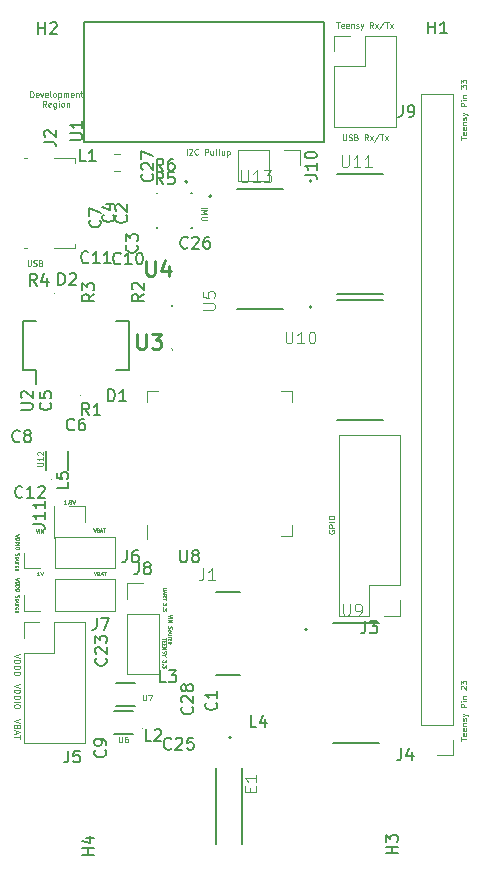
<source format=gbr>
%TF.GenerationSoftware,KiCad,Pcbnew,(5.0.2)-1*%
%TF.CreationDate,2021-01-27T11:46:28-08:00*%
%TF.ProjectId,scum3c-devboard,7363756d-3363-42d6-9465-76626f617264,rev?*%
%TF.SameCoordinates,Original*%
%TF.FileFunction,Legend,Top*%
%TF.FilePolarity,Positive*%
%FSLAX46Y46*%
G04 Gerber Fmt 4.6, Leading zero omitted, Abs format (unit mm)*
G04 Created by KiCad (PCBNEW (5.0.2)-1) date 1/27/2021 11:46:28 AM*
%MOMM*%
%LPD*%
G01*
G04 APERTURE LIST*
%ADD10C,0.076550*%
%ADD11C,0.096800*%
%ADD12C,0.122200*%
%ADD13C,0.100000*%
%ADD14C,0.127000*%
%ADD15C,0.200000*%
%ADD16C,0.120000*%
%ADD17C,0.150000*%
%ADD18C,0.254000*%
%ADD19C,0.015000*%
G04 APERTURE END LIST*
D10*
X207203080Y-119747876D02*
X207203080Y-119922847D01*
X206896880Y-119835361D02*
X207203080Y-119835361D01*
X207057271Y-120024914D02*
X207057271Y-120126980D01*
X206896880Y-120170723D02*
X206896880Y-120024914D01*
X207203080Y-120024914D01*
X207203080Y-120170723D01*
X207057271Y-120301952D02*
X207057271Y-120404019D01*
X206896880Y-120447761D02*
X206896880Y-120301952D01*
X207203080Y-120301952D01*
X207203080Y-120447761D01*
X206896880Y-120578990D02*
X207203080Y-120578990D01*
X206896880Y-120753961D01*
X207203080Y-120753961D01*
X206911461Y-120885190D02*
X206896880Y-120928933D01*
X206896880Y-121001838D01*
X206911461Y-121031000D01*
X206926042Y-121045580D01*
X206955204Y-121060161D01*
X206984366Y-121060161D01*
X207013528Y-121045580D01*
X207028109Y-121031000D01*
X207042690Y-121001838D01*
X207057271Y-120943514D01*
X207071852Y-120914352D01*
X207086433Y-120899771D01*
X207115595Y-120885190D01*
X207144757Y-120885190D01*
X207173919Y-120899771D01*
X207188500Y-120914352D01*
X207203080Y-120943514D01*
X207203080Y-121016419D01*
X207188500Y-121060161D01*
X207042690Y-121249714D02*
X206896880Y-121249714D01*
X207203080Y-121147647D02*
X207042690Y-121249714D01*
X207203080Y-121351780D01*
X207203080Y-121657980D02*
X207203080Y-121847533D01*
X207086433Y-121745466D01*
X207086433Y-121789209D01*
X207071852Y-121818371D01*
X207057271Y-121832952D01*
X207028109Y-121847533D01*
X206955204Y-121847533D01*
X206926042Y-121832952D01*
X206911461Y-121818371D01*
X206896880Y-121789209D01*
X206896880Y-121701723D01*
X206911461Y-121672561D01*
X206926042Y-121657980D01*
X206926042Y-121978761D02*
X206911461Y-121993342D01*
X206896880Y-121978761D01*
X206911461Y-121964180D01*
X206926042Y-121978761D01*
X206896880Y-121978761D01*
X207203080Y-122095409D02*
X207203080Y-122284961D01*
X207086433Y-122182895D01*
X207086433Y-122226638D01*
X207071852Y-122255800D01*
X207057271Y-122270380D01*
X207028109Y-122284961D01*
X206955204Y-122284961D01*
X206926042Y-122270380D01*
X206911461Y-122255800D01*
X206896880Y-122226638D01*
X206896880Y-122139152D01*
X206911461Y-122109990D01*
X206926042Y-122095409D01*
X207228480Y-115514766D02*
X206980604Y-115514766D01*
X206951442Y-115529347D01*
X206936861Y-115543928D01*
X206922280Y-115573090D01*
X206922280Y-115631414D01*
X206936861Y-115660576D01*
X206951442Y-115675157D01*
X206980604Y-115689738D01*
X207228480Y-115689738D01*
X207009766Y-115820966D02*
X207009766Y-115966776D01*
X206922280Y-115791804D02*
X207228480Y-115893871D01*
X206922280Y-115995938D01*
X206922280Y-116272976D02*
X207068090Y-116170909D01*
X206922280Y-116098004D02*
X207228480Y-116098004D01*
X207228480Y-116214652D01*
X207213900Y-116243814D01*
X207199319Y-116258395D01*
X207170157Y-116272976D01*
X207126414Y-116272976D01*
X207097252Y-116258395D01*
X207082671Y-116243814D01*
X207068090Y-116214652D01*
X207068090Y-116098004D01*
X207228480Y-116360461D02*
X207228480Y-116535433D01*
X206922280Y-116447947D02*
X207228480Y-116447947D01*
X207228480Y-116841633D02*
X207228480Y-117031185D01*
X207111833Y-116929119D01*
X207111833Y-116972861D01*
X207097252Y-117002023D01*
X207082671Y-117016604D01*
X207053509Y-117031185D01*
X206980604Y-117031185D01*
X206951442Y-117016604D01*
X206936861Y-117002023D01*
X206922280Y-116972861D01*
X206922280Y-116885376D01*
X206936861Y-116856214D01*
X206951442Y-116841633D01*
X206951442Y-117162414D02*
X206936861Y-117176995D01*
X206922280Y-117162414D01*
X206936861Y-117147833D01*
X206951442Y-117162414D01*
X206922280Y-117162414D01*
X207228480Y-117279061D02*
X207228480Y-117468614D01*
X207111833Y-117366547D01*
X207111833Y-117410290D01*
X207097252Y-117439452D01*
X207082671Y-117454033D01*
X207053509Y-117468614D01*
X206980604Y-117468614D01*
X206951442Y-117454033D01*
X206936861Y-117439452D01*
X206922280Y-117410290D01*
X206922280Y-117322804D01*
X206936861Y-117293642D01*
X206951442Y-117279061D01*
X198746542Y-108418719D02*
X198571571Y-108418719D01*
X198659057Y-108418719D02*
X198659057Y-108112519D01*
X198629895Y-108156261D01*
X198600733Y-108185423D01*
X198571571Y-108200004D01*
X198877771Y-108389557D02*
X198892352Y-108404138D01*
X198877771Y-108418719D01*
X198863190Y-108404138D01*
X198877771Y-108389557D01*
X198877771Y-108418719D01*
X199067323Y-108243747D02*
X199038161Y-108229166D01*
X199023580Y-108214585D01*
X199009000Y-108185423D01*
X199009000Y-108170842D01*
X199023580Y-108141680D01*
X199038161Y-108127100D01*
X199067323Y-108112519D01*
X199125647Y-108112519D01*
X199154809Y-108127100D01*
X199169390Y-108141680D01*
X199183971Y-108170842D01*
X199183971Y-108185423D01*
X199169390Y-108214585D01*
X199154809Y-108229166D01*
X199125647Y-108243747D01*
X199067323Y-108243747D01*
X199038161Y-108258328D01*
X199023580Y-108272909D01*
X199009000Y-108302071D01*
X199009000Y-108360395D01*
X199023580Y-108389557D01*
X199038161Y-108404138D01*
X199067323Y-108418719D01*
X199125647Y-108418719D01*
X199154809Y-108404138D01*
X199169390Y-108389557D01*
X199183971Y-108360395D01*
X199183971Y-108302071D01*
X199169390Y-108272909D01*
X199154809Y-108258328D01*
X199125647Y-108243747D01*
X199271457Y-108112519D02*
X199373523Y-108418719D01*
X199475590Y-108112519D01*
X196159038Y-110576319D02*
X196261104Y-110882519D01*
X196363171Y-110576319D01*
X196465238Y-110882519D02*
X196465238Y-110576319D01*
X196611047Y-110882519D02*
X196611047Y-110576319D01*
X196786019Y-110882519D01*
X196786019Y-110576319D01*
X201045957Y-110500119D02*
X201148023Y-110806319D01*
X201250090Y-110500119D01*
X201454223Y-110645928D02*
X201497966Y-110660509D01*
X201512547Y-110675090D01*
X201527128Y-110704252D01*
X201527128Y-110747995D01*
X201512547Y-110777157D01*
X201497966Y-110791738D01*
X201468804Y-110806319D01*
X201352157Y-110806319D01*
X201352157Y-110500119D01*
X201454223Y-110500119D01*
X201483385Y-110514700D01*
X201497966Y-110529280D01*
X201512547Y-110558442D01*
X201512547Y-110587604D01*
X201497966Y-110616766D01*
X201483385Y-110631347D01*
X201454223Y-110645928D01*
X201352157Y-110645928D01*
X201643776Y-110718833D02*
X201789585Y-110718833D01*
X201614614Y-110806319D02*
X201716680Y-110500119D01*
X201818747Y-110806319D01*
X201877071Y-110500119D02*
X202052042Y-110500119D01*
X201964557Y-110806319D02*
X201964557Y-110500119D01*
X201071357Y-114183119D02*
X201173423Y-114489319D01*
X201275490Y-114183119D01*
X201479623Y-114328928D02*
X201523366Y-114343509D01*
X201537947Y-114358090D01*
X201552528Y-114387252D01*
X201552528Y-114430995D01*
X201537947Y-114460157D01*
X201523366Y-114474738D01*
X201494204Y-114489319D01*
X201377557Y-114489319D01*
X201377557Y-114183119D01*
X201479623Y-114183119D01*
X201508785Y-114197700D01*
X201523366Y-114212280D01*
X201537947Y-114241442D01*
X201537947Y-114270604D01*
X201523366Y-114299766D01*
X201508785Y-114314347D01*
X201479623Y-114328928D01*
X201377557Y-114328928D01*
X201669176Y-114401833D02*
X201814985Y-114401833D01*
X201640014Y-114489319D02*
X201742080Y-114183119D01*
X201844147Y-114489319D01*
X201902471Y-114183119D02*
X202077442Y-114183119D01*
X201989957Y-114489319D02*
X201989957Y-114183119D01*
X196476057Y-114489319D02*
X196301085Y-114489319D01*
X196388571Y-114489319D02*
X196388571Y-114183119D01*
X196359409Y-114226861D01*
X196330247Y-114256023D01*
X196301085Y-114270604D01*
X196563542Y-114183119D02*
X196665609Y-114489319D01*
X196767676Y-114183119D01*
D11*
X222186542Y-77154152D02*
X222186542Y-77545961D01*
X222209590Y-77592057D01*
X222232638Y-77615104D01*
X222278733Y-77638152D01*
X222370923Y-77638152D01*
X222417019Y-77615104D01*
X222440066Y-77592057D01*
X222463114Y-77545961D01*
X222463114Y-77154152D01*
X222670542Y-77615104D02*
X222739685Y-77638152D01*
X222854923Y-77638152D01*
X222901019Y-77615104D01*
X222924066Y-77592057D01*
X222947114Y-77545961D01*
X222947114Y-77499866D01*
X222924066Y-77453771D01*
X222901019Y-77430723D01*
X222854923Y-77407676D01*
X222762733Y-77384628D01*
X222716638Y-77361580D01*
X222693590Y-77338533D01*
X222670542Y-77292438D01*
X222670542Y-77246342D01*
X222693590Y-77200247D01*
X222716638Y-77177200D01*
X222762733Y-77154152D01*
X222877971Y-77154152D01*
X222947114Y-77177200D01*
X223315876Y-77384628D02*
X223385019Y-77407676D01*
X223408066Y-77430723D01*
X223431114Y-77476819D01*
X223431114Y-77545961D01*
X223408066Y-77592057D01*
X223385019Y-77615104D01*
X223338923Y-77638152D01*
X223154542Y-77638152D01*
X223154542Y-77154152D01*
X223315876Y-77154152D01*
X223361971Y-77177200D01*
X223385019Y-77200247D01*
X223408066Y-77246342D01*
X223408066Y-77292438D01*
X223385019Y-77338533D01*
X223361971Y-77361580D01*
X223315876Y-77384628D01*
X223154542Y-77384628D01*
X224283876Y-77638152D02*
X224122542Y-77407676D01*
X224007304Y-77638152D02*
X224007304Y-77154152D01*
X224191685Y-77154152D01*
X224237780Y-77177200D01*
X224260828Y-77200247D01*
X224283876Y-77246342D01*
X224283876Y-77315485D01*
X224260828Y-77361580D01*
X224237780Y-77384628D01*
X224191685Y-77407676D01*
X224007304Y-77407676D01*
X224445209Y-77638152D02*
X224698733Y-77315485D01*
X224445209Y-77315485D02*
X224698733Y-77638152D01*
X225228828Y-77131104D02*
X224813971Y-77753390D01*
X225321019Y-77154152D02*
X225597590Y-77154152D01*
X225459304Y-77638152D02*
X225459304Y-77154152D01*
X225712828Y-77638152D02*
X225966352Y-77315485D01*
X225712828Y-77315485D02*
X225966352Y-77638152D01*
X195477238Y-87796752D02*
X195477238Y-88188561D01*
X195500285Y-88234657D01*
X195523333Y-88257704D01*
X195569428Y-88280752D01*
X195661619Y-88280752D01*
X195707714Y-88257704D01*
X195730761Y-88234657D01*
X195753809Y-88188561D01*
X195753809Y-87796752D01*
X195961238Y-88257704D02*
X196030380Y-88280752D01*
X196145619Y-88280752D01*
X196191714Y-88257704D01*
X196214761Y-88234657D01*
X196237809Y-88188561D01*
X196237809Y-88142466D01*
X196214761Y-88096371D01*
X196191714Y-88073323D01*
X196145619Y-88050276D01*
X196053428Y-88027228D01*
X196007333Y-88004180D01*
X195984285Y-87981133D01*
X195961238Y-87935038D01*
X195961238Y-87888942D01*
X195984285Y-87842847D01*
X196007333Y-87819800D01*
X196053428Y-87796752D01*
X196168666Y-87796752D01*
X196237809Y-87819800D01*
X196606571Y-88027228D02*
X196675714Y-88050276D01*
X196698761Y-88073323D01*
X196721809Y-88119419D01*
X196721809Y-88188561D01*
X196698761Y-88234657D01*
X196675714Y-88257704D01*
X196629619Y-88280752D01*
X196445238Y-88280752D01*
X196445238Y-87796752D01*
X196606571Y-87796752D01*
X196652666Y-87819800D01*
X196675714Y-87842847D01*
X196698761Y-87888942D01*
X196698761Y-87935038D01*
X196675714Y-87981133D01*
X196652666Y-88004180D01*
X196606571Y-88027228D01*
X196445238Y-88027228D01*
X210194647Y-83340704D02*
X210678647Y-83340704D01*
X210194647Y-83571180D02*
X210678647Y-83571180D01*
X210332933Y-83732514D01*
X210678647Y-83893847D01*
X210194647Y-83893847D01*
X210678647Y-84124323D02*
X210286838Y-84124323D01*
X210240742Y-84147371D01*
X210217695Y-84170419D01*
X210194647Y-84216514D01*
X210194647Y-84308704D01*
X210217695Y-84354800D01*
X210240742Y-84377847D01*
X210286838Y-84400895D01*
X210678647Y-84400895D01*
X220992000Y-110669200D02*
X220968952Y-110715295D01*
X220968952Y-110784438D01*
X220992000Y-110853580D01*
X221038095Y-110899676D01*
X221084190Y-110922723D01*
X221176380Y-110945771D01*
X221245523Y-110945771D01*
X221337714Y-110922723D01*
X221383809Y-110899676D01*
X221429904Y-110853580D01*
X221452952Y-110784438D01*
X221452952Y-110738342D01*
X221429904Y-110669200D01*
X221406857Y-110646152D01*
X221245523Y-110646152D01*
X221245523Y-110738342D01*
X221452952Y-110438723D02*
X220968952Y-110438723D01*
X220968952Y-110254342D01*
X220992000Y-110208247D01*
X221015047Y-110185200D01*
X221061142Y-110162152D01*
X221130285Y-110162152D01*
X221176380Y-110185200D01*
X221199428Y-110208247D01*
X221222476Y-110254342D01*
X221222476Y-110438723D01*
X221452952Y-109954723D02*
X220968952Y-109954723D01*
X220968952Y-109632057D02*
X220968952Y-109539866D01*
X220992000Y-109493771D01*
X221038095Y-109447676D01*
X221130285Y-109424628D01*
X221291619Y-109424628D01*
X221383809Y-109447676D01*
X221429904Y-109493771D01*
X221452952Y-109539866D01*
X221452952Y-109632057D01*
X221429904Y-109678152D01*
X221383809Y-109724247D01*
X221291619Y-109747295D01*
X221130285Y-109747295D01*
X221038095Y-109724247D01*
X220992000Y-109678152D01*
X220968952Y-109632057D01*
X208934561Y-78857352D02*
X208934561Y-78373352D01*
X209141990Y-78419447D02*
X209165038Y-78396400D01*
X209211133Y-78373352D01*
X209326371Y-78373352D01*
X209372466Y-78396400D01*
X209395514Y-78419447D01*
X209418561Y-78465542D01*
X209418561Y-78511638D01*
X209395514Y-78580780D01*
X209118942Y-78857352D01*
X209418561Y-78857352D01*
X209902561Y-78811257D02*
X209879514Y-78834304D01*
X209810371Y-78857352D01*
X209764276Y-78857352D01*
X209695133Y-78834304D01*
X209649038Y-78788209D01*
X209625990Y-78742114D01*
X209602942Y-78649923D01*
X209602942Y-78580780D01*
X209625990Y-78488590D01*
X209649038Y-78442495D01*
X209695133Y-78396400D01*
X209764276Y-78373352D01*
X209810371Y-78373352D01*
X209879514Y-78396400D01*
X209902561Y-78419447D01*
X210478752Y-78857352D02*
X210478752Y-78373352D01*
X210663133Y-78373352D01*
X210709228Y-78396400D01*
X210732276Y-78419447D01*
X210755323Y-78465542D01*
X210755323Y-78534685D01*
X210732276Y-78580780D01*
X210709228Y-78603828D01*
X210663133Y-78626876D01*
X210478752Y-78626876D01*
X211170180Y-78534685D02*
X211170180Y-78857352D01*
X210962752Y-78534685D02*
X210962752Y-78788209D01*
X210985800Y-78834304D01*
X211031895Y-78857352D01*
X211101038Y-78857352D01*
X211147133Y-78834304D01*
X211170180Y-78811257D01*
X211469800Y-78857352D02*
X211423704Y-78834304D01*
X211400657Y-78788209D01*
X211400657Y-78373352D01*
X211723323Y-78857352D02*
X211677228Y-78834304D01*
X211654180Y-78788209D01*
X211654180Y-78373352D01*
X212115133Y-78534685D02*
X212115133Y-78857352D01*
X211907704Y-78534685D02*
X211907704Y-78788209D01*
X211930752Y-78834304D01*
X211976847Y-78857352D01*
X212045990Y-78857352D01*
X212092085Y-78834304D01*
X212115133Y-78811257D01*
X212345609Y-78534685D02*
X212345609Y-79018685D01*
X212345609Y-78557733D02*
X212391704Y-78534685D01*
X212483895Y-78534685D01*
X212529990Y-78557733D01*
X212553038Y-78580780D01*
X212576085Y-78626876D01*
X212576085Y-78765161D01*
X212553038Y-78811257D01*
X212529990Y-78834304D01*
X212483895Y-78857352D01*
X212391704Y-78857352D01*
X212345609Y-78834304D01*
D10*
X207685680Y-117817709D02*
X207379480Y-117919776D01*
X207685680Y-118021842D01*
X207379480Y-118123909D02*
X207685680Y-118123909D01*
X207379480Y-118269719D02*
X207685680Y-118269719D01*
X207379480Y-118444690D01*
X207685680Y-118444690D01*
X207394061Y-118809214D02*
X207379480Y-118852957D01*
X207379480Y-118925861D01*
X207394061Y-118955023D01*
X207408642Y-118969604D01*
X207437804Y-118984185D01*
X207466966Y-118984185D01*
X207496128Y-118969604D01*
X207510709Y-118955023D01*
X207525290Y-118925861D01*
X207539871Y-118867538D01*
X207554452Y-118838376D01*
X207569033Y-118823795D01*
X207598195Y-118809214D01*
X207627357Y-118809214D01*
X207656519Y-118823795D01*
X207671100Y-118838376D01*
X207685680Y-118867538D01*
X207685680Y-118940442D01*
X207671100Y-118984185D01*
X207379480Y-119159157D02*
X207394061Y-119129995D01*
X207408642Y-119115414D01*
X207437804Y-119100833D01*
X207525290Y-119100833D01*
X207554452Y-119115414D01*
X207569033Y-119129995D01*
X207583614Y-119159157D01*
X207583614Y-119202900D01*
X207569033Y-119232061D01*
X207554452Y-119246642D01*
X207525290Y-119261223D01*
X207437804Y-119261223D01*
X207408642Y-119246642D01*
X207394061Y-119232061D01*
X207379480Y-119202900D01*
X207379480Y-119159157D01*
X207583614Y-119523680D02*
X207379480Y-119523680D01*
X207583614Y-119392452D02*
X207423223Y-119392452D01*
X207394061Y-119407033D01*
X207379480Y-119436195D01*
X207379480Y-119479938D01*
X207394061Y-119509100D01*
X207408642Y-119523680D01*
X207379480Y-119669490D02*
X207583614Y-119669490D01*
X207525290Y-119669490D02*
X207554452Y-119684071D01*
X207569033Y-119698652D01*
X207583614Y-119727814D01*
X207583614Y-119756976D01*
X207394061Y-119990271D02*
X207379480Y-119961109D01*
X207379480Y-119902785D01*
X207394061Y-119873623D01*
X207408642Y-119859042D01*
X207437804Y-119844461D01*
X207525290Y-119844461D01*
X207554452Y-119859042D01*
X207569033Y-119873623D01*
X207583614Y-119902785D01*
X207583614Y-119961109D01*
X207569033Y-119990271D01*
X207394061Y-120238147D02*
X207379480Y-120208985D01*
X207379480Y-120150661D01*
X207394061Y-120121500D01*
X207423223Y-120106919D01*
X207539871Y-120106919D01*
X207569033Y-120121500D01*
X207583614Y-120150661D01*
X207583614Y-120208985D01*
X207569033Y-120238147D01*
X207539871Y-120252728D01*
X207510709Y-120252728D01*
X207481547Y-120106919D01*
X194757080Y-114721504D02*
X194450880Y-114823571D01*
X194757080Y-114925638D01*
X194450880Y-115027704D02*
X194757080Y-115027704D01*
X194757080Y-115100609D01*
X194742500Y-115144352D01*
X194713338Y-115173514D01*
X194684176Y-115188095D01*
X194625852Y-115202676D01*
X194582109Y-115202676D01*
X194523785Y-115188095D01*
X194494623Y-115173514D01*
X194465461Y-115144352D01*
X194450880Y-115100609D01*
X194450880Y-115027704D01*
X194450880Y-115333904D02*
X194757080Y-115333904D01*
X194757080Y-115406809D01*
X194742500Y-115450552D01*
X194713338Y-115479714D01*
X194684176Y-115494295D01*
X194625852Y-115508876D01*
X194582109Y-115508876D01*
X194523785Y-115494295D01*
X194494623Y-115479714D01*
X194465461Y-115450552D01*
X194450880Y-115406809D01*
X194450880Y-115333904D01*
X194450880Y-115640104D02*
X194757080Y-115640104D01*
X194757080Y-115713009D01*
X194742500Y-115756752D01*
X194713338Y-115785914D01*
X194684176Y-115800495D01*
X194625852Y-115815076D01*
X194582109Y-115815076D01*
X194523785Y-115800495D01*
X194494623Y-115785914D01*
X194465461Y-115756752D01*
X194450880Y-115713009D01*
X194450880Y-115640104D01*
X194465461Y-116165019D02*
X194450880Y-116208761D01*
X194450880Y-116281666D01*
X194465461Y-116310828D01*
X194480042Y-116325409D01*
X194509204Y-116339990D01*
X194538366Y-116339990D01*
X194567528Y-116325409D01*
X194582109Y-116310828D01*
X194596690Y-116281666D01*
X194611271Y-116223342D01*
X194625852Y-116194180D01*
X194640433Y-116179600D01*
X194669595Y-116165019D01*
X194698757Y-116165019D01*
X194727919Y-116179600D01*
X194742500Y-116194180D01*
X194757080Y-116223342D01*
X194757080Y-116296247D01*
X194742500Y-116339990D01*
X194450880Y-116514961D02*
X194465461Y-116485800D01*
X194480042Y-116471219D01*
X194509204Y-116456638D01*
X194596690Y-116456638D01*
X194625852Y-116471219D01*
X194640433Y-116485800D01*
X194655014Y-116514961D01*
X194655014Y-116558704D01*
X194640433Y-116587866D01*
X194625852Y-116602447D01*
X194596690Y-116617028D01*
X194509204Y-116617028D01*
X194480042Y-116602447D01*
X194465461Y-116587866D01*
X194450880Y-116558704D01*
X194450880Y-116514961D01*
X194655014Y-116879485D02*
X194450880Y-116879485D01*
X194655014Y-116748257D02*
X194494623Y-116748257D01*
X194465461Y-116762838D01*
X194450880Y-116792000D01*
X194450880Y-116835742D01*
X194465461Y-116864904D01*
X194480042Y-116879485D01*
X194450880Y-117025295D02*
X194655014Y-117025295D01*
X194596690Y-117025295D02*
X194625852Y-117039876D01*
X194640433Y-117054457D01*
X194655014Y-117083619D01*
X194655014Y-117112780D01*
X194465461Y-117346076D02*
X194450880Y-117316914D01*
X194450880Y-117258590D01*
X194465461Y-117229428D01*
X194480042Y-117214847D01*
X194509204Y-117200266D01*
X194596690Y-117200266D01*
X194625852Y-117214847D01*
X194640433Y-117229428D01*
X194655014Y-117258590D01*
X194655014Y-117316914D01*
X194640433Y-117346076D01*
X194465461Y-117593952D02*
X194450880Y-117564790D01*
X194450880Y-117506466D01*
X194465461Y-117477304D01*
X194494623Y-117462723D01*
X194611271Y-117462723D01*
X194640433Y-117477304D01*
X194655014Y-117506466D01*
X194655014Y-117564790D01*
X194640433Y-117593952D01*
X194611271Y-117608533D01*
X194582109Y-117608533D01*
X194552947Y-117462723D01*
D11*
X221619523Y-67654552D02*
X221896095Y-67654552D01*
X221757809Y-68138552D02*
X221757809Y-67654552D01*
X222241809Y-68115504D02*
X222195714Y-68138552D01*
X222103523Y-68138552D01*
X222057428Y-68115504D01*
X222034380Y-68069409D01*
X222034380Y-67885028D01*
X222057428Y-67838933D01*
X222103523Y-67815885D01*
X222195714Y-67815885D01*
X222241809Y-67838933D01*
X222264857Y-67885028D01*
X222264857Y-67931123D01*
X222034380Y-67977219D01*
X222656666Y-68115504D02*
X222610571Y-68138552D01*
X222518380Y-68138552D01*
X222472285Y-68115504D01*
X222449238Y-68069409D01*
X222449238Y-67885028D01*
X222472285Y-67838933D01*
X222518380Y-67815885D01*
X222610571Y-67815885D01*
X222656666Y-67838933D01*
X222679714Y-67885028D01*
X222679714Y-67931123D01*
X222449238Y-67977219D01*
X222887142Y-67815885D02*
X222887142Y-68138552D01*
X222887142Y-67861980D02*
X222910190Y-67838933D01*
X222956285Y-67815885D01*
X223025428Y-67815885D01*
X223071523Y-67838933D01*
X223094571Y-67885028D01*
X223094571Y-68138552D01*
X223302000Y-68115504D02*
X223348095Y-68138552D01*
X223440285Y-68138552D01*
X223486380Y-68115504D01*
X223509428Y-68069409D01*
X223509428Y-68046361D01*
X223486380Y-68000266D01*
X223440285Y-67977219D01*
X223371142Y-67977219D01*
X223325047Y-67954171D01*
X223302000Y-67908076D01*
X223302000Y-67885028D01*
X223325047Y-67838933D01*
X223371142Y-67815885D01*
X223440285Y-67815885D01*
X223486380Y-67838933D01*
X223670761Y-67815885D02*
X223786000Y-68138552D01*
X223901238Y-67815885D02*
X223786000Y-68138552D01*
X223739904Y-68253790D01*
X223716857Y-68276838D01*
X223670761Y-68299885D01*
X224730952Y-68138552D02*
X224569619Y-67908076D01*
X224454380Y-68138552D02*
X224454380Y-67654552D01*
X224638761Y-67654552D01*
X224684857Y-67677600D01*
X224707904Y-67700647D01*
X224730952Y-67746742D01*
X224730952Y-67815885D01*
X224707904Y-67861980D01*
X224684857Y-67885028D01*
X224638761Y-67908076D01*
X224454380Y-67908076D01*
X224892285Y-68138552D02*
X225145809Y-67815885D01*
X224892285Y-67815885D02*
X225145809Y-68138552D01*
X225675904Y-67631504D02*
X225261047Y-68253790D01*
X225768095Y-67654552D02*
X226044666Y-67654552D01*
X225906380Y-68138552D02*
X225906380Y-67654552D01*
X226159904Y-68138552D02*
X226413428Y-67815885D01*
X226159904Y-67815885D02*
X226413428Y-68138552D01*
X232144952Y-77589885D02*
X232144952Y-77313314D01*
X232628952Y-77451600D02*
X232144952Y-77451600D01*
X232605904Y-76967600D02*
X232628952Y-77013695D01*
X232628952Y-77105885D01*
X232605904Y-77151980D01*
X232559809Y-77175028D01*
X232375428Y-77175028D01*
X232329333Y-77151980D01*
X232306285Y-77105885D01*
X232306285Y-77013695D01*
X232329333Y-76967600D01*
X232375428Y-76944552D01*
X232421523Y-76944552D01*
X232467619Y-77175028D01*
X232605904Y-76552742D02*
X232628952Y-76598838D01*
X232628952Y-76691028D01*
X232605904Y-76737123D01*
X232559809Y-76760171D01*
X232375428Y-76760171D01*
X232329333Y-76737123D01*
X232306285Y-76691028D01*
X232306285Y-76598838D01*
X232329333Y-76552742D01*
X232375428Y-76529695D01*
X232421523Y-76529695D01*
X232467619Y-76760171D01*
X232306285Y-76322266D02*
X232628952Y-76322266D01*
X232352380Y-76322266D02*
X232329333Y-76299219D01*
X232306285Y-76253123D01*
X232306285Y-76183980D01*
X232329333Y-76137885D01*
X232375428Y-76114838D01*
X232628952Y-76114838D01*
X232605904Y-75907409D02*
X232628952Y-75861314D01*
X232628952Y-75769123D01*
X232605904Y-75723028D01*
X232559809Y-75699980D01*
X232536761Y-75699980D01*
X232490666Y-75723028D01*
X232467619Y-75769123D01*
X232467619Y-75838266D01*
X232444571Y-75884361D01*
X232398476Y-75907409D01*
X232375428Y-75907409D01*
X232329333Y-75884361D01*
X232306285Y-75838266D01*
X232306285Y-75769123D01*
X232329333Y-75723028D01*
X232306285Y-75538647D02*
X232628952Y-75423409D01*
X232306285Y-75308171D02*
X232628952Y-75423409D01*
X232744190Y-75469504D01*
X232767238Y-75492552D01*
X232790285Y-75538647D01*
X232628952Y-74755028D02*
X232144952Y-74755028D01*
X232144952Y-74570647D01*
X232168000Y-74524552D01*
X232191047Y-74501504D01*
X232237142Y-74478457D01*
X232306285Y-74478457D01*
X232352380Y-74501504D01*
X232375428Y-74524552D01*
X232398476Y-74570647D01*
X232398476Y-74755028D01*
X232628952Y-74271028D02*
X232306285Y-74271028D01*
X232144952Y-74271028D02*
X232168000Y-74294076D01*
X232191047Y-74271028D01*
X232168000Y-74247980D01*
X232144952Y-74271028D01*
X232191047Y-74271028D01*
X232306285Y-74040552D02*
X232628952Y-74040552D01*
X232352380Y-74040552D02*
X232329333Y-74017504D01*
X232306285Y-73971409D01*
X232306285Y-73902266D01*
X232329333Y-73856171D01*
X232375428Y-73833123D01*
X232628952Y-73833123D01*
X232144952Y-73279980D02*
X232144952Y-72980361D01*
X232329333Y-73141695D01*
X232329333Y-73072552D01*
X232352380Y-73026457D01*
X232375428Y-73003409D01*
X232421523Y-72980361D01*
X232536761Y-72980361D01*
X232582857Y-73003409D01*
X232605904Y-73026457D01*
X232628952Y-73072552D01*
X232628952Y-73210838D01*
X232605904Y-73256933D01*
X232582857Y-73279980D01*
X232144952Y-72819028D02*
X232144952Y-72519409D01*
X232329333Y-72680742D01*
X232329333Y-72611600D01*
X232352380Y-72565504D01*
X232375428Y-72542457D01*
X232421523Y-72519409D01*
X232536761Y-72519409D01*
X232582857Y-72542457D01*
X232605904Y-72565504D01*
X232628952Y-72611600D01*
X232628952Y-72749885D01*
X232605904Y-72795980D01*
X232582857Y-72819028D01*
X232144952Y-128466085D02*
X232144952Y-128189514D01*
X232628952Y-128327800D02*
X232144952Y-128327800D01*
X232605904Y-127843800D02*
X232628952Y-127889895D01*
X232628952Y-127982085D01*
X232605904Y-128028180D01*
X232559809Y-128051228D01*
X232375428Y-128051228D01*
X232329333Y-128028180D01*
X232306285Y-127982085D01*
X232306285Y-127889895D01*
X232329333Y-127843800D01*
X232375428Y-127820752D01*
X232421523Y-127820752D01*
X232467619Y-128051228D01*
X232605904Y-127428942D02*
X232628952Y-127475038D01*
X232628952Y-127567228D01*
X232605904Y-127613323D01*
X232559809Y-127636371D01*
X232375428Y-127636371D01*
X232329333Y-127613323D01*
X232306285Y-127567228D01*
X232306285Y-127475038D01*
X232329333Y-127428942D01*
X232375428Y-127405895D01*
X232421523Y-127405895D01*
X232467619Y-127636371D01*
X232306285Y-127198466D02*
X232628952Y-127198466D01*
X232352380Y-127198466D02*
X232329333Y-127175419D01*
X232306285Y-127129323D01*
X232306285Y-127060180D01*
X232329333Y-127014085D01*
X232375428Y-126991038D01*
X232628952Y-126991038D01*
X232605904Y-126783609D02*
X232628952Y-126737514D01*
X232628952Y-126645323D01*
X232605904Y-126599228D01*
X232559809Y-126576180D01*
X232536761Y-126576180D01*
X232490666Y-126599228D01*
X232467619Y-126645323D01*
X232467619Y-126714466D01*
X232444571Y-126760561D01*
X232398476Y-126783609D01*
X232375428Y-126783609D01*
X232329333Y-126760561D01*
X232306285Y-126714466D01*
X232306285Y-126645323D01*
X232329333Y-126599228D01*
X232306285Y-126414847D02*
X232628952Y-126299609D01*
X232306285Y-126184371D02*
X232628952Y-126299609D01*
X232744190Y-126345704D01*
X232767238Y-126368752D01*
X232790285Y-126414847D01*
X232628952Y-125631228D02*
X232144952Y-125631228D01*
X232144952Y-125446847D01*
X232168000Y-125400752D01*
X232191047Y-125377704D01*
X232237142Y-125354657D01*
X232306285Y-125354657D01*
X232352380Y-125377704D01*
X232375428Y-125400752D01*
X232398476Y-125446847D01*
X232398476Y-125631228D01*
X232628952Y-125147228D02*
X232306285Y-125147228D01*
X232144952Y-125147228D02*
X232168000Y-125170276D01*
X232191047Y-125147228D01*
X232168000Y-125124180D01*
X232144952Y-125147228D01*
X232191047Y-125147228D01*
X232306285Y-124916752D02*
X232628952Y-124916752D01*
X232352380Y-124916752D02*
X232329333Y-124893704D01*
X232306285Y-124847609D01*
X232306285Y-124778466D01*
X232329333Y-124732371D01*
X232375428Y-124709323D01*
X232628952Y-124709323D01*
X232191047Y-124133133D02*
X232168000Y-124110085D01*
X232144952Y-124063990D01*
X232144952Y-123948752D01*
X232168000Y-123902657D01*
X232191047Y-123879609D01*
X232237142Y-123856561D01*
X232283238Y-123856561D01*
X232352380Y-123879609D01*
X232628952Y-124156180D01*
X232628952Y-123856561D01*
X232144952Y-123695228D02*
X232144952Y-123395609D01*
X232329333Y-123556942D01*
X232329333Y-123487800D01*
X232352380Y-123441704D01*
X232375428Y-123418657D01*
X232421523Y-123395609D01*
X232536761Y-123395609D01*
X232582857Y-123418657D01*
X232605904Y-123441704D01*
X232628952Y-123487800D01*
X232628952Y-123626085D01*
X232605904Y-123672180D01*
X232582857Y-123695228D01*
X195713400Y-73975552D02*
X195713400Y-73491552D01*
X195828638Y-73491552D01*
X195897780Y-73514600D01*
X195943876Y-73560695D01*
X195966923Y-73606790D01*
X195989971Y-73698980D01*
X195989971Y-73768123D01*
X195966923Y-73860314D01*
X195943876Y-73906409D01*
X195897780Y-73952504D01*
X195828638Y-73975552D01*
X195713400Y-73975552D01*
X196381780Y-73952504D02*
X196335685Y-73975552D01*
X196243495Y-73975552D01*
X196197400Y-73952504D01*
X196174352Y-73906409D01*
X196174352Y-73722028D01*
X196197400Y-73675933D01*
X196243495Y-73652885D01*
X196335685Y-73652885D01*
X196381780Y-73675933D01*
X196404828Y-73722028D01*
X196404828Y-73768123D01*
X196174352Y-73814219D01*
X196566161Y-73652885D02*
X196681400Y-73975552D01*
X196796638Y-73652885D01*
X197165400Y-73952504D02*
X197119304Y-73975552D01*
X197027114Y-73975552D01*
X196981019Y-73952504D01*
X196957971Y-73906409D01*
X196957971Y-73722028D01*
X196981019Y-73675933D01*
X197027114Y-73652885D01*
X197119304Y-73652885D01*
X197165400Y-73675933D01*
X197188447Y-73722028D01*
X197188447Y-73768123D01*
X196957971Y-73814219D01*
X197465019Y-73975552D02*
X197418923Y-73952504D01*
X197395876Y-73906409D01*
X197395876Y-73491552D01*
X197718542Y-73975552D02*
X197672447Y-73952504D01*
X197649400Y-73929457D01*
X197626352Y-73883361D01*
X197626352Y-73745076D01*
X197649400Y-73698980D01*
X197672447Y-73675933D01*
X197718542Y-73652885D01*
X197787685Y-73652885D01*
X197833780Y-73675933D01*
X197856828Y-73698980D01*
X197879876Y-73745076D01*
X197879876Y-73883361D01*
X197856828Y-73929457D01*
X197833780Y-73952504D01*
X197787685Y-73975552D01*
X197718542Y-73975552D01*
X198087304Y-73652885D02*
X198087304Y-74136885D01*
X198087304Y-73675933D02*
X198133400Y-73652885D01*
X198225590Y-73652885D01*
X198271685Y-73675933D01*
X198294733Y-73698980D01*
X198317780Y-73745076D01*
X198317780Y-73883361D01*
X198294733Y-73929457D01*
X198271685Y-73952504D01*
X198225590Y-73975552D01*
X198133400Y-73975552D01*
X198087304Y-73952504D01*
X198525209Y-73975552D02*
X198525209Y-73652885D01*
X198525209Y-73698980D02*
X198548257Y-73675933D01*
X198594352Y-73652885D01*
X198663495Y-73652885D01*
X198709590Y-73675933D01*
X198732638Y-73722028D01*
X198732638Y-73975552D01*
X198732638Y-73722028D02*
X198755685Y-73675933D01*
X198801780Y-73652885D01*
X198870923Y-73652885D01*
X198917019Y-73675933D01*
X198940066Y-73722028D01*
X198940066Y-73975552D01*
X199354923Y-73952504D02*
X199308828Y-73975552D01*
X199216638Y-73975552D01*
X199170542Y-73952504D01*
X199147495Y-73906409D01*
X199147495Y-73722028D01*
X199170542Y-73675933D01*
X199216638Y-73652885D01*
X199308828Y-73652885D01*
X199354923Y-73675933D01*
X199377971Y-73722028D01*
X199377971Y-73768123D01*
X199147495Y-73814219D01*
X199585400Y-73652885D02*
X199585400Y-73975552D01*
X199585400Y-73698980D02*
X199608447Y-73675933D01*
X199654542Y-73652885D01*
X199723685Y-73652885D01*
X199769780Y-73675933D01*
X199792828Y-73722028D01*
X199792828Y-73975552D01*
X199954161Y-73652885D02*
X200138542Y-73652885D01*
X200023304Y-73491552D02*
X200023304Y-73906409D01*
X200046352Y-73952504D01*
X200092447Y-73975552D01*
X200138542Y-73975552D01*
X197061685Y-74798352D02*
X196900352Y-74567876D01*
X196785114Y-74798352D02*
X196785114Y-74314352D01*
X196969495Y-74314352D01*
X197015590Y-74337400D01*
X197038638Y-74360447D01*
X197061685Y-74406542D01*
X197061685Y-74475685D01*
X197038638Y-74521780D01*
X197015590Y-74544828D01*
X196969495Y-74567876D01*
X196785114Y-74567876D01*
X197453495Y-74775304D02*
X197407400Y-74798352D01*
X197315209Y-74798352D01*
X197269114Y-74775304D01*
X197246066Y-74729209D01*
X197246066Y-74544828D01*
X197269114Y-74498733D01*
X197315209Y-74475685D01*
X197407400Y-74475685D01*
X197453495Y-74498733D01*
X197476542Y-74544828D01*
X197476542Y-74590923D01*
X197246066Y-74637019D01*
X197891400Y-74475685D02*
X197891400Y-74867495D01*
X197868352Y-74913590D01*
X197845304Y-74936638D01*
X197799209Y-74959685D01*
X197730066Y-74959685D01*
X197683971Y-74936638D01*
X197891400Y-74775304D02*
X197845304Y-74798352D01*
X197753114Y-74798352D01*
X197707019Y-74775304D01*
X197683971Y-74752257D01*
X197660923Y-74706161D01*
X197660923Y-74567876D01*
X197683971Y-74521780D01*
X197707019Y-74498733D01*
X197753114Y-74475685D01*
X197845304Y-74475685D01*
X197891400Y-74498733D01*
X198121876Y-74798352D02*
X198121876Y-74475685D01*
X198121876Y-74314352D02*
X198098828Y-74337400D01*
X198121876Y-74360447D01*
X198144923Y-74337400D01*
X198121876Y-74314352D01*
X198121876Y-74360447D01*
X198421495Y-74798352D02*
X198375400Y-74775304D01*
X198352352Y-74752257D01*
X198329304Y-74706161D01*
X198329304Y-74567876D01*
X198352352Y-74521780D01*
X198375400Y-74498733D01*
X198421495Y-74475685D01*
X198490638Y-74475685D01*
X198536733Y-74498733D01*
X198559780Y-74521780D01*
X198582828Y-74567876D01*
X198582828Y-74706161D01*
X198559780Y-74752257D01*
X198536733Y-74775304D01*
X198490638Y-74798352D01*
X198421495Y-74798352D01*
X198790257Y-74475685D02*
X198790257Y-74798352D01*
X198790257Y-74521780D02*
X198813304Y-74498733D01*
X198859400Y-74475685D01*
X198928542Y-74475685D01*
X198974638Y-74498733D01*
X198997685Y-74544828D01*
X198997685Y-74798352D01*
D10*
X194757080Y-111009109D02*
X194450880Y-111111176D01*
X194757080Y-111213242D01*
X194450880Y-111315309D02*
X194757080Y-111315309D01*
X194757080Y-111388214D01*
X194742500Y-111431957D01*
X194713338Y-111461119D01*
X194684176Y-111475700D01*
X194625852Y-111490280D01*
X194582109Y-111490280D01*
X194523785Y-111475700D01*
X194494623Y-111461119D01*
X194465461Y-111431957D01*
X194450880Y-111388214D01*
X194450880Y-111315309D01*
X194450880Y-111621509D02*
X194757080Y-111621509D01*
X194757080Y-111694414D01*
X194742500Y-111738157D01*
X194713338Y-111767319D01*
X194684176Y-111781900D01*
X194625852Y-111796480D01*
X194582109Y-111796480D01*
X194523785Y-111781900D01*
X194494623Y-111767319D01*
X194465461Y-111738157D01*
X194450880Y-111694414D01*
X194450880Y-111621509D01*
X194450880Y-111927709D02*
X194757080Y-111927709D01*
X194757080Y-112131842D02*
X194757080Y-112190166D01*
X194742500Y-112219328D01*
X194713338Y-112248490D01*
X194655014Y-112263071D01*
X194552947Y-112263071D01*
X194494623Y-112248490D01*
X194465461Y-112219328D01*
X194450880Y-112190166D01*
X194450880Y-112131842D01*
X194465461Y-112102680D01*
X194494623Y-112073519D01*
X194552947Y-112058938D01*
X194655014Y-112058938D01*
X194713338Y-112073519D01*
X194742500Y-112102680D01*
X194757080Y-112131842D01*
X194465461Y-112613014D02*
X194450880Y-112656757D01*
X194450880Y-112729661D01*
X194465461Y-112758823D01*
X194480042Y-112773404D01*
X194509204Y-112787985D01*
X194538366Y-112787985D01*
X194567528Y-112773404D01*
X194582109Y-112758823D01*
X194596690Y-112729661D01*
X194611271Y-112671338D01*
X194625852Y-112642176D01*
X194640433Y-112627595D01*
X194669595Y-112613014D01*
X194698757Y-112613014D01*
X194727919Y-112627595D01*
X194742500Y-112642176D01*
X194757080Y-112671338D01*
X194757080Y-112744242D01*
X194742500Y-112787985D01*
X194450880Y-112962957D02*
X194465461Y-112933795D01*
X194480042Y-112919214D01*
X194509204Y-112904633D01*
X194596690Y-112904633D01*
X194625852Y-112919214D01*
X194640433Y-112933795D01*
X194655014Y-112962957D01*
X194655014Y-113006700D01*
X194640433Y-113035861D01*
X194625852Y-113050442D01*
X194596690Y-113065023D01*
X194509204Y-113065023D01*
X194480042Y-113050442D01*
X194465461Y-113035861D01*
X194450880Y-113006700D01*
X194450880Y-112962957D01*
X194655014Y-113327480D02*
X194450880Y-113327480D01*
X194655014Y-113196252D02*
X194494623Y-113196252D01*
X194465461Y-113210833D01*
X194450880Y-113239995D01*
X194450880Y-113283738D01*
X194465461Y-113312900D01*
X194480042Y-113327480D01*
X194450880Y-113473290D02*
X194655014Y-113473290D01*
X194596690Y-113473290D02*
X194625852Y-113487871D01*
X194640433Y-113502452D01*
X194655014Y-113531614D01*
X194655014Y-113560776D01*
X194465461Y-113794071D02*
X194450880Y-113764909D01*
X194450880Y-113706585D01*
X194465461Y-113677423D01*
X194480042Y-113662842D01*
X194509204Y-113648261D01*
X194596690Y-113648261D01*
X194625852Y-113662842D01*
X194640433Y-113677423D01*
X194655014Y-113706585D01*
X194655014Y-113764909D01*
X194640433Y-113794071D01*
X194465461Y-114041947D02*
X194450880Y-114012785D01*
X194450880Y-113954461D01*
X194465461Y-113925300D01*
X194494623Y-113910719D01*
X194611271Y-113910719D01*
X194640433Y-113925300D01*
X194655014Y-113954461D01*
X194655014Y-114012785D01*
X194640433Y-114041947D01*
X194611271Y-114056528D01*
X194582109Y-114056528D01*
X194552947Y-113910719D01*
D12*
X194842957Y-121113100D02*
X194333557Y-121282900D01*
X194842957Y-121452700D01*
X194333557Y-121622500D02*
X194842957Y-121622500D01*
X194842957Y-121743785D01*
X194818700Y-121816557D01*
X194770185Y-121865071D01*
X194721671Y-121889328D01*
X194624642Y-121913585D01*
X194551871Y-121913585D01*
X194454842Y-121889328D01*
X194406328Y-121865071D01*
X194357814Y-121816557D01*
X194333557Y-121743785D01*
X194333557Y-121622500D01*
X194333557Y-122131900D02*
X194842957Y-122131900D01*
X194842957Y-122253185D01*
X194818700Y-122325957D01*
X194770185Y-122374471D01*
X194721671Y-122398728D01*
X194624642Y-122422985D01*
X194551871Y-122422985D01*
X194454842Y-122398728D01*
X194406328Y-122374471D01*
X194357814Y-122325957D01*
X194333557Y-122253185D01*
X194333557Y-122131900D01*
X194333557Y-122641300D02*
X194842957Y-122641300D01*
X194842957Y-122762585D01*
X194818700Y-122835357D01*
X194770185Y-122883871D01*
X194721671Y-122908128D01*
X194624642Y-122932385D01*
X194551871Y-122932385D01*
X194454842Y-122908128D01*
X194406328Y-122883871D01*
X194357814Y-122835357D01*
X194333557Y-122762585D01*
X194333557Y-122641300D01*
X194842957Y-123646685D02*
X194333557Y-123816485D01*
X194842957Y-123986285D01*
X194333557Y-124156085D02*
X194842957Y-124156085D01*
X194842957Y-124277371D01*
X194818700Y-124350142D01*
X194770185Y-124398657D01*
X194721671Y-124422914D01*
X194624642Y-124447171D01*
X194551871Y-124447171D01*
X194454842Y-124422914D01*
X194406328Y-124398657D01*
X194357814Y-124350142D01*
X194333557Y-124277371D01*
X194333557Y-124156085D01*
X194333557Y-124665485D02*
X194842957Y-124665485D01*
X194842957Y-124786771D01*
X194818700Y-124859542D01*
X194770185Y-124908057D01*
X194721671Y-124932314D01*
X194624642Y-124956571D01*
X194551871Y-124956571D01*
X194454842Y-124932314D01*
X194406328Y-124908057D01*
X194357814Y-124859542D01*
X194333557Y-124786771D01*
X194333557Y-124665485D01*
X194333557Y-125174885D02*
X194842957Y-125174885D01*
X194842957Y-125514485D02*
X194842957Y-125611514D01*
X194818700Y-125660028D01*
X194770185Y-125708542D01*
X194673157Y-125732800D01*
X194503357Y-125732800D01*
X194406328Y-125708542D01*
X194357814Y-125660028D01*
X194333557Y-125611514D01*
X194333557Y-125514485D01*
X194357814Y-125465971D01*
X194406328Y-125417457D01*
X194503357Y-125393200D01*
X194673157Y-125393200D01*
X194770185Y-125417457D01*
X194818700Y-125465971D01*
X194842957Y-125514485D01*
X194842957Y-126645728D02*
X194333557Y-126815528D01*
X194842957Y-126985328D01*
X194600385Y-127324928D02*
X194576128Y-127397700D01*
X194551871Y-127421957D01*
X194503357Y-127446214D01*
X194430585Y-127446214D01*
X194382071Y-127421957D01*
X194357814Y-127397700D01*
X194333557Y-127349185D01*
X194333557Y-127155128D01*
X194842957Y-127155128D01*
X194842957Y-127324928D01*
X194818700Y-127373442D01*
X194794442Y-127397700D01*
X194745928Y-127421957D01*
X194697414Y-127421957D01*
X194648900Y-127397700D01*
X194624642Y-127373442D01*
X194600385Y-127324928D01*
X194600385Y-127155128D01*
X194479100Y-127640271D02*
X194479100Y-127882842D01*
X194333557Y-127591757D02*
X194842957Y-127761557D01*
X194333557Y-127931357D01*
X194842957Y-128028385D02*
X194842957Y-128319471D01*
X194333557Y-128173928D02*
X194842957Y-128173928D01*
D13*
%TO.C,U4*%
X207676000Y-91605000D02*
X207676000Y-91605000D01*
X207676000Y-91705000D02*
X207676000Y-91705000D01*
X207676000Y-91705000D02*
G75*
G02X207676000Y-91605000I0J50000D01*
G01*
X207676000Y-91605000D02*
G75*
G02X207676000Y-91705000I0J-50000D01*
G01*
%TO.C,U3*%
X207676000Y-95288000D02*
X207676000Y-95288000D01*
X207676000Y-95388000D02*
X207676000Y-95388000D01*
X207676000Y-95388000D02*
G75*
G02X207676000Y-95288000I0J50000D01*
G01*
X207676000Y-95288000D02*
G75*
G02X207676000Y-95388000I0J-50000D01*
G01*
D14*
%TO.C,U5*%
X209399000Y-85066000D02*
X209399000Y-84996000D01*
X209329000Y-85066000D02*
X209399000Y-85066000D01*
X206399000Y-85066000D02*
X206469000Y-85066000D01*
X206399000Y-84996000D02*
X206399000Y-85066000D01*
X206399000Y-82066000D02*
X206399000Y-82136000D01*
X206469000Y-82066000D02*
X206399000Y-82066000D01*
D15*
X208999000Y-81166000D02*
G75*
G03X208999000Y-81166000I-100000J0D01*
G01*
D14*
X209399000Y-82066000D02*
X209329000Y-82066000D01*
X209399000Y-82136000D02*
X209399000Y-82066000D01*
%TO.C,U13*%
X213188000Y-91933000D02*
X217088000Y-91933000D01*
X213188000Y-81803000D02*
X217088000Y-81803000D01*
D15*
X211038000Y-82368000D02*
G75*
G03X211038000Y-82368000I-100000J0D01*
G01*
D14*
%TO.C,U11*%
X221697000Y-90663000D02*
X225597000Y-90663000D01*
X221697000Y-80533000D02*
X225597000Y-80533000D01*
D15*
X219547000Y-81098000D02*
G75*
G03X219547000Y-81098000I-100000J0D01*
G01*
D14*
%TO.C,U10*%
X221697000Y-101331000D02*
X225597000Y-101331000D01*
X221697000Y-91201000D02*
X225597000Y-91201000D01*
D15*
X219547000Y-91766000D02*
G75*
G03X219547000Y-91766000I-100000J0D01*
G01*
D14*
%TO.C,U9*%
X221316000Y-128636000D02*
X225216000Y-128636000D01*
X221316000Y-118506000D02*
X225216000Y-118506000D01*
D15*
X219166000Y-119071000D02*
G75*
G03X219166000Y-119071000I-100000J0D01*
G01*
D14*
%TO.C,J1*%
X211471000Y-122880000D02*
X213471000Y-122880000D01*
X211471000Y-115880000D02*
X213471000Y-115880000D01*
D15*
%TO.C,E1*%
X212696400Y-128210400D02*
G75*
G03X212696400Y-128210400I-100000J0D01*
G01*
D14*
X211396400Y-130810400D02*
X211396400Y-137210400D01*
X213596400Y-130810400D02*
X213596400Y-137210400D01*
D16*
%TO.C,J3*%
X227009000Y-102556000D02*
X221809000Y-102556000D01*
X227009000Y-115316000D02*
X227009000Y-102556000D01*
X221809000Y-117916000D02*
X221809000Y-102556000D01*
X227009000Y-115316000D02*
X224409000Y-115316000D01*
X224409000Y-115316000D02*
X224409000Y-117916000D01*
X224409000Y-117916000D02*
X221809000Y-117916000D01*
X227009000Y-116586000D02*
X227009000Y-117916000D01*
X227009000Y-117916000D02*
X225679000Y-117916000D01*
%TO.C,J11*%
X197679000Y-108626600D02*
X197679000Y-111286600D01*
X197739000Y-108626600D02*
X197679000Y-108626600D01*
X197739000Y-111286600D02*
X197679000Y-111286600D01*
X197739000Y-108626600D02*
X197739000Y-111286600D01*
X199009000Y-108626600D02*
X200339000Y-108626600D01*
X200339000Y-108626600D02*
X200339000Y-109956600D01*
D14*
%TO.C,U12*%
X196997600Y-105549600D02*
X196997600Y-103949600D01*
X198937600Y-105549600D02*
X198937600Y-103949600D01*
D13*
X197517600Y-106349600D02*
G75*
G03X197517600Y-106349600I-50000J0D01*
G01*
D16*
%TO.C,J10*%
X213300000Y-78426000D02*
X213300000Y-81086000D01*
X215900000Y-78426000D02*
X213300000Y-78426000D01*
X215900000Y-81086000D02*
X213300000Y-81086000D01*
X215900000Y-78426000D02*
X215900000Y-81086000D01*
X217170000Y-78426000D02*
X218500000Y-78426000D01*
X218500000Y-78426000D02*
X218500000Y-79756000D01*
%TO.C,U8*%
X205547370Y-99794510D02*
X205547370Y-98844510D01*
X205547370Y-98844510D02*
X206497370Y-98844510D01*
X217847370Y-99794510D02*
X217847370Y-98844510D01*
X217847370Y-98844510D02*
X216897370Y-98844510D01*
X217847370Y-110194510D02*
X217847370Y-111144510D01*
X217847370Y-111144510D02*
X216897370Y-111144510D01*
X205547370Y-110194510D02*
X205547370Y-111394510D01*
%TO.C,J9*%
X221428000Y-76514000D02*
X226628000Y-76514000D01*
X221428000Y-71374000D02*
X221428000Y-76514000D01*
X226628000Y-68774000D02*
X226628000Y-76514000D01*
X221428000Y-71374000D02*
X224028000Y-71374000D01*
X224028000Y-71374000D02*
X224028000Y-68774000D01*
X224028000Y-68774000D02*
X226628000Y-68774000D01*
X221428000Y-70104000D02*
X221428000Y-68774000D01*
X221428000Y-68774000D02*
X222758000Y-68774000D01*
%TO.C,J4*%
X231454000Y-73727000D02*
X228794000Y-73727000D01*
X231454000Y-127127000D02*
X231454000Y-73727000D01*
X228794000Y-127127000D02*
X228794000Y-73727000D01*
X231454000Y-127127000D02*
X228794000Y-127127000D01*
X231454000Y-128397000D02*
X231454000Y-129727000D01*
X231454000Y-129727000D02*
X230124000Y-129727000D01*
%TO.C,J5*%
X195139000Y-128711000D02*
X200339000Y-128711000D01*
X195139000Y-121031000D02*
X195139000Y-128711000D01*
X200339000Y-118431000D02*
X200339000Y-128711000D01*
X195139000Y-121031000D02*
X197739000Y-121031000D01*
X197739000Y-121031000D02*
X197739000Y-118431000D01*
X197739000Y-118431000D02*
X200339000Y-118431000D01*
X195139000Y-119761000D02*
X195139000Y-118431000D01*
X195139000Y-118431000D02*
X196469000Y-118431000D01*
D13*
%TO.C,D2*%
X197778500Y-90614500D02*
G75*
G03X197778500Y-90614500I-50000J0D01*
G01*
%TO.C,D1*%
X199962900Y-99275900D02*
G75*
G03X199962900Y-99275900I-50000J0D01*
G01*
D16*
%TO.C,J6*%
X202904400Y-113877400D02*
X202904400Y-111217400D01*
X197764400Y-113877400D02*
X202904400Y-113877400D01*
X197764400Y-111217400D02*
X202904400Y-111217400D01*
X197764400Y-113877400D02*
X197764400Y-111217400D01*
X196494400Y-113877400D02*
X195164400Y-113877400D01*
X195164400Y-113877400D02*
X195164400Y-112547400D01*
%TO.C,J7*%
X195164400Y-117484200D02*
X195164400Y-116154200D01*
X196494400Y-117484200D02*
X195164400Y-117484200D01*
X197764400Y-117484200D02*
X197764400Y-114824200D01*
X197764400Y-114824200D02*
X202904400Y-114824200D01*
X197764400Y-117484200D02*
X202904400Y-117484200D01*
X202904400Y-117484200D02*
X202904400Y-114824200D01*
%TO.C,J8*%
X203902000Y-122869000D02*
X206562000Y-122869000D01*
X203902000Y-117729000D02*
X203902000Y-122869000D01*
X206562000Y-117729000D02*
X206562000Y-122869000D01*
X203902000Y-117729000D02*
X206562000Y-117729000D01*
X203902000Y-116459000D02*
X203902000Y-115129000D01*
X203902000Y-115129000D02*
X205232000Y-115129000D01*
D14*
%TO.C,U6*%
X204431553Y-127877163D02*
X202831553Y-127877163D01*
X204431553Y-125937163D02*
X202831553Y-125937163D01*
D13*
X205281553Y-127407163D02*
G75*
G03X205281553Y-127407163I-50000J0D01*
G01*
D14*
%TO.C,U7*%
X204537879Y-125547489D02*
X202937879Y-125547489D01*
X204537879Y-123607489D02*
X202937879Y-123607489D01*
D13*
X205387879Y-125077489D02*
G75*
G03X205387879Y-125077489I-50000J0D01*
G01*
D17*
%TO.C,U1*%
X200279000Y-77800200D02*
X220599000Y-77800200D01*
X220599000Y-67640200D02*
X200279000Y-67640200D01*
X200279000Y-67640200D02*
X200279000Y-77800200D01*
X220599000Y-77800200D02*
X220599000Y-67640200D01*
D16*
%TO.C,J2*%
X195139000Y-79184500D02*
X195399000Y-79184500D01*
X197679000Y-79184500D02*
X199449000Y-79184500D01*
X199449000Y-79184500D02*
X199449000Y-79564500D01*
X199449000Y-86804500D02*
X197679000Y-86804500D01*
X195399000Y-86804500D02*
X195139000Y-86804500D01*
X199449000Y-86804500D02*
X199449000Y-86424500D01*
%TO.C,L1*%
X202814422Y-78792000D02*
X203331578Y-78792000D01*
X202814422Y-80212000D02*
X203331578Y-80212000D01*
D17*
%TO.C,U2*%
X196215500Y-97134500D02*
X195105500Y-97134500D01*
X195105500Y-92984500D02*
X196215500Y-92984500D01*
X204055500Y-92984500D02*
X202945500Y-92984500D01*
X204055500Y-97134500D02*
X202945500Y-97134500D01*
X195105500Y-97134500D02*
X195105500Y-92984500D01*
X204055500Y-97134500D02*
X204055500Y-92984500D01*
X196215500Y-97134500D02*
X196215500Y-98259500D01*
%TO.C,U4*%
D18*
X205534380Y-87823523D02*
X205534380Y-88851619D01*
X205594857Y-88972571D01*
X205655333Y-89033047D01*
X205776285Y-89093523D01*
X206018190Y-89093523D01*
X206139142Y-89033047D01*
X206199619Y-88972571D01*
X206260095Y-88851619D01*
X206260095Y-87823523D01*
X207409142Y-88246857D02*
X207409142Y-89093523D01*
X207106761Y-87763047D02*
X206804380Y-88670190D01*
X207590571Y-88670190D01*
%TO.C,U3*%
X204772380Y-94046523D02*
X204772380Y-95074619D01*
X204832857Y-95195571D01*
X204893333Y-95256047D01*
X205014285Y-95316523D01*
X205256190Y-95316523D01*
X205377142Y-95256047D01*
X205437619Y-95195571D01*
X205498095Y-95074619D01*
X205498095Y-94046523D01*
X205981904Y-94046523D02*
X206768095Y-94046523D01*
X206344761Y-94530333D01*
X206526190Y-94530333D01*
X206647142Y-94590809D01*
X206707619Y-94651285D01*
X206768095Y-94772238D01*
X206768095Y-95074619D01*
X206707619Y-95195571D01*
X206647142Y-95256047D01*
X206526190Y-95316523D01*
X206163333Y-95316523D01*
X206042380Y-95256047D01*
X205981904Y-95195571D01*
%TO.C,U5*%
D19*
X210348580Y-91998704D02*
X211158104Y-91998704D01*
X211253342Y-91951085D01*
X211300961Y-91903466D01*
X211348580Y-91808228D01*
X211348580Y-91617752D01*
X211300961Y-91522514D01*
X211253342Y-91474895D01*
X211158104Y-91427276D01*
X210348580Y-91427276D01*
X210348580Y-90474895D02*
X210348580Y-90951085D01*
X210824771Y-90998704D01*
X210777152Y-90951085D01*
X210729533Y-90855847D01*
X210729533Y-90617752D01*
X210777152Y-90522514D01*
X210824771Y-90474895D01*
X210920009Y-90427276D01*
X211158104Y-90427276D01*
X211253342Y-90474895D01*
X211300961Y-90522514D01*
X211348580Y-90617752D01*
X211348580Y-90855847D01*
X211300961Y-90951085D01*
X211253342Y-90998704D01*
%TO.C,U13*%
X213574904Y-80185380D02*
X213574904Y-80994904D01*
X213622523Y-81090142D01*
X213670142Y-81137761D01*
X213765380Y-81185380D01*
X213955857Y-81185380D01*
X214051095Y-81137761D01*
X214098714Y-81090142D01*
X214146333Y-80994904D01*
X214146333Y-80185380D01*
X215146333Y-81185380D02*
X214574904Y-81185380D01*
X214860619Y-81185380D02*
X214860619Y-80185380D01*
X214765380Y-80328238D01*
X214670142Y-80423476D01*
X214574904Y-80471095D01*
X215479666Y-80185380D02*
X216098714Y-80185380D01*
X215765380Y-80566333D01*
X215908238Y-80566333D01*
X216003476Y-80613952D01*
X216051095Y-80661571D01*
X216098714Y-80756809D01*
X216098714Y-80994904D01*
X216051095Y-81090142D01*
X216003476Y-81137761D01*
X215908238Y-81185380D01*
X215622523Y-81185380D01*
X215527285Y-81137761D01*
X215479666Y-81090142D01*
%TO.C,U11*%
X222083904Y-78915380D02*
X222083904Y-79724904D01*
X222131523Y-79820142D01*
X222179142Y-79867761D01*
X222274380Y-79915380D01*
X222464857Y-79915380D01*
X222560095Y-79867761D01*
X222607714Y-79820142D01*
X222655333Y-79724904D01*
X222655333Y-78915380D01*
X223655333Y-79915380D02*
X223083904Y-79915380D01*
X223369619Y-79915380D02*
X223369619Y-78915380D01*
X223274380Y-79058238D01*
X223179142Y-79153476D01*
X223083904Y-79201095D01*
X224607714Y-79915380D02*
X224036285Y-79915380D01*
X224322000Y-79915380D02*
X224322000Y-78915380D01*
X224226761Y-79058238D01*
X224131523Y-79153476D01*
X224036285Y-79201095D01*
%TO.C,U10*%
X217328904Y-93838780D02*
X217328904Y-94648304D01*
X217376523Y-94743542D01*
X217424142Y-94791161D01*
X217519380Y-94838780D01*
X217709857Y-94838780D01*
X217805095Y-94791161D01*
X217852714Y-94743542D01*
X217900333Y-94648304D01*
X217900333Y-93838780D01*
X218900333Y-94838780D02*
X218328904Y-94838780D01*
X218614619Y-94838780D02*
X218614619Y-93838780D01*
X218519380Y-93981638D01*
X218424142Y-94076876D01*
X218328904Y-94124495D01*
X219519380Y-93838780D02*
X219614619Y-93838780D01*
X219709857Y-93886400D01*
X219757476Y-93934019D01*
X219805095Y-94029257D01*
X219852714Y-94219733D01*
X219852714Y-94457828D01*
X219805095Y-94648304D01*
X219757476Y-94743542D01*
X219709857Y-94791161D01*
X219614619Y-94838780D01*
X219519380Y-94838780D01*
X219424142Y-94791161D01*
X219376523Y-94743542D01*
X219328904Y-94648304D01*
X219281285Y-94457828D01*
X219281285Y-94219733D01*
X219328904Y-94029257D01*
X219376523Y-93934019D01*
X219424142Y-93886400D01*
X219519380Y-93838780D01*
%TO.C,U9*%
X222179095Y-116888380D02*
X222179095Y-117697904D01*
X222226714Y-117793142D01*
X222274333Y-117840761D01*
X222369571Y-117888380D01*
X222560047Y-117888380D01*
X222655285Y-117840761D01*
X222702904Y-117793142D01*
X222750523Y-117697904D01*
X222750523Y-116888380D01*
X223274333Y-117888380D02*
X223464809Y-117888380D01*
X223560047Y-117840761D01*
X223607666Y-117793142D01*
X223702904Y-117650285D01*
X223750523Y-117459809D01*
X223750523Y-117078857D01*
X223702904Y-116983619D01*
X223655285Y-116936000D01*
X223560047Y-116888380D01*
X223369571Y-116888380D01*
X223274333Y-116936000D01*
X223226714Y-116983619D01*
X223179095Y-117078857D01*
X223179095Y-117316952D01*
X223226714Y-117412190D01*
X223274333Y-117459809D01*
X223369571Y-117507428D01*
X223560047Y-117507428D01*
X223655285Y-117459809D01*
X223702904Y-117412190D01*
X223750523Y-117316952D01*
%TO.C,J1*%
X210359666Y-113879380D02*
X210359666Y-114593666D01*
X210312047Y-114736523D01*
X210216809Y-114831761D01*
X210073952Y-114879380D01*
X209978714Y-114879380D01*
X211359666Y-114879380D02*
X210788238Y-114879380D01*
X211073952Y-114879380D02*
X211073952Y-113879380D01*
X210978714Y-114022238D01*
X210883476Y-114117476D01*
X210788238Y-114165095D01*
%TO.C,E1*%
X214329971Y-132795876D02*
X214329971Y-132462542D01*
X214853780Y-132319685D02*
X214853780Y-132795876D01*
X213853780Y-132795876D01*
X213853780Y-132319685D01*
X214853780Y-131367304D02*
X214853780Y-131938733D01*
X214853780Y-131653019D02*
X213853780Y-131653019D01*
X213996638Y-131748257D01*
X214091876Y-131843495D01*
X214139495Y-131938733D01*
%TO.C,C27*%
D17*
X206020942Y-80500457D02*
X206068561Y-80548076D01*
X206116180Y-80690933D01*
X206116180Y-80786171D01*
X206068561Y-80929028D01*
X205973323Y-81024266D01*
X205878085Y-81071885D01*
X205687609Y-81119504D01*
X205544752Y-81119504D01*
X205354276Y-81071885D01*
X205259038Y-81024266D01*
X205163800Y-80929028D01*
X205116180Y-80786171D01*
X205116180Y-80690933D01*
X205163800Y-80548076D01*
X205211419Y-80500457D01*
X205211419Y-80119504D02*
X205163800Y-80071885D01*
X205116180Y-79976647D01*
X205116180Y-79738552D01*
X205163800Y-79643314D01*
X205211419Y-79595695D01*
X205306657Y-79548076D01*
X205401895Y-79548076D01*
X205544752Y-79595695D01*
X206116180Y-80167123D01*
X206116180Y-79548076D01*
X205116180Y-79214742D02*
X205116180Y-78548076D01*
X206116180Y-78976647D01*
%TO.C,C3*%
X204700142Y-86526666D02*
X204747761Y-86574285D01*
X204795380Y-86717142D01*
X204795380Y-86812380D01*
X204747761Y-86955238D01*
X204652523Y-87050476D01*
X204557285Y-87098095D01*
X204366809Y-87145714D01*
X204223952Y-87145714D01*
X204033476Y-87098095D01*
X203938238Y-87050476D01*
X203843000Y-86955238D01*
X203795380Y-86812380D01*
X203795380Y-86717142D01*
X203843000Y-86574285D01*
X203890619Y-86526666D01*
X203795380Y-86193333D02*
X203795380Y-85574285D01*
X204176333Y-85907619D01*
X204176333Y-85764761D01*
X204223952Y-85669523D01*
X204271571Y-85621904D01*
X204366809Y-85574285D01*
X204604904Y-85574285D01*
X204700142Y-85621904D01*
X204747761Y-85669523D01*
X204795380Y-85764761D01*
X204795380Y-86050476D01*
X204747761Y-86145714D01*
X204700142Y-86193333D01*
%TO.C,J3*%
X224075666Y-118368380D02*
X224075666Y-119082666D01*
X224028047Y-119225523D01*
X223932809Y-119320761D01*
X223789952Y-119368380D01*
X223694714Y-119368380D01*
X224456619Y-118368380D02*
X225075666Y-118368380D01*
X224742333Y-118749333D01*
X224885190Y-118749333D01*
X224980428Y-118796952D01*
X225028047Y-118844571D01*
X225075666Y-118939809D01*
X225075666Y-119177904D01*
X225028047Y-119273142D01*
X224980428Y-119320761D01*
X224885190Y-119368380D01*
X224599476Y-119368380D01*
X224504238Y-119320761D01*
X224456619Y-119273142D01*
%TO.C,C12*%
X195038742Y-107824542D02*
X194991123Y-107872161D01*
X194848266Y-107919780D01*
X194753028Y-107919780D01*
X194610171Y-107872161D01*
X194514933Y-107776923D01*
X194467314Y-107681685D01*
X194419695Y-107491209D01*
X194419695Y-107348352D01*
X194467314Y-107157876D01*
X194514933Y-107062638D01*
X194610171Y-106967400D01*
X194753028Y-106919780D01*
X194848266Y-106919780D01*
X194991123Y-106967400D01*
X195038742Y-107015019D01*
X195991123Y-107919780D02*
X195419695Y-107919780D01*
X195705409Y-107919780D02*
X195705409Y-106919780D01*
X195610171Y-107062638D01*
X195514933Y-107157876D01*
X195419695Y-107205495D01*
X196372076Y-107015019D02*
X196419695Y-106967400D01*
X196514933Y-106919780D01*
X196753028Y-106919780D01*
X196848266Y-106967400D01*
X196895885Y-107015019D01*
X196943504Y-107110257D01*
X196943504Y-107205495D01*
X196895885Y-107348352D01*
X196324457Y-107919780D01*
X196943504Y-107919780D01*
%TO.C,C8*%
X194803733Y-103100142D02*
X194756114Y-103147761D01*
X194613257Y-103195380D01*
X194518019Y-103195380D01*
X194375161Y-103147761D01*
X194279923Y-103052523D01*
X194232304Y-102957285D01*
X194184685Y-102766809D01*
X194184685Y-102623952D01*
X194232304Y-102433476D01*
X194279923Y-102338238D01*
X194375161Y-102243000D01*
X194518019Y-102195380D01*
X194613257Y-102195380D01*
X194756114Y-102243000D01*
X194803733Y-102290619D01*
X195375161Y-102623952D02*
X195279923Y-102576333D01*
X195232304Y-102528714D01*
X195184685Y-102433476D01*
X195184685Y-102385857D01*
X195232304Y-102290619D01*
X195279923Y-102243000D01*
X195375161Y-102195380D01*
X195565638Y-102195380D01*
X195660876Y-102243000D01*
X195708495Y-102290619D01*
X195756114Y-102385857D01*
X195756114Y-102433476D01*
X195708495Y-102528714D01*
X195660876Y-102576333D01*
X195565638Y-102623952D01*
X195375161Y-102623952D01*
X195279923Y-102671571D01*
X195232304Y-102719190D01*
X195184685Y-102814428D01*
X195184685Y-103004904D01*
X195232304Y-103100142D01*
X195279923Y-103147761D01*
X195375161Y-103195380D01*
X195565638Y-103195380D01*
X195660876Y-103147761D01*
X195708495Y-103100142D01*
X195756114Y-103004904D01*
X195756114Y-102814428D01*
X195708495Y-102719190D01*
X195660876Y-102671571D01*
X195565638Y-102623952D01*
%TO.C,J11*%
X195921380Y-110156523D02*
X196635666Y-110156523D01*
X196778523Y-110204142D01*
X196873761Y-110299380D01*
X196921380Y-110442238D01*
X196921380Y-110537476D01*
X196921380Y-109156523D02*
X196921380Y-109727952D01*
X196921380Y-109442238D02*
X195921380Y-109442238D01*
X196064238Y-109537476D01*
X196159476Y-109632714D01*
X196207095Y-109727952D01*
X196921380Y-108204142D02*
X196921380Y-108775571D01*
X196921380Y-108489857D02*
X195921380Y-108489857D01*
X196064238Y-108585095D01*
X196159476Y-108680333D01*
X196207095Y-108775571D01*
%TO.C,L5*%
X198926380Y-106592666D02*
X198926380Y-107068857D01*
X197926380Y-107068857D01*
X197926380Y-105783142D02*
X197926380Y-106259333D01*
X198402571Y-106306952D01*
X198354952Y-106259333D01*
X198307333Y-106164095D01*
X198307333Y-105926000D01*
X198354952Y-105830761D01*
X198402571Y-105783142D01*
X198497809Y-105735523D01*
X198735904Y-105735523D01*
X198831142Y-105783142D01*
X198878761Y-105830761D01*
X198926380Y-105926000D01*
X198926380Y-106164095D01*
X198878761Y-106259333D01*
X198831142Y-106306952D01*
%TO.C,U12*%
D19*
X196299942Y-105219885D02*
X196688514Y-105219885D01*
X196734228Y-105197028D01*
X196757085Y-105174171D01*
X196779942Y-105128457D01*
X196779942Y-105037028D01*
X196757085Y-104991314D01*
X196734228Y-104968457D01*
X196688514Y-104945600D01*
X196299942Y-104945600D01*
X196779942Y-104465600D02*
X196779942Y-104739885D01*
X196779942Y-104602742D02*
X196299942Y-104602742D01*
X196368514Y-104648457D01*
X196414228Y-104694171D01*
X196437085Y-104739885D01*
X196345657Y-104282742D02*
X196322800Y-104259885D01*
X196299942Y-104214171D01*
X196299942Y-104099885D01*
X196322800Y-104054171D01*
X196345657Y-104031314D01*
X196391371Y-104008457D01*
X196437085Y-104008457D01*
X196505657Y-104031314D01*
X196779942Y-104305600D01*
X196779942Y-104008457D01*
%TO.C,J10*%
D17*
X218952380Y-80565523D02*
X219666666Y-80565523D01*
X219809523Y-80613142D01*
X219904761Y-80708380D01*
X219952380Y-80851238D01*
X219952380Y-80946476D01*
X219952380Y-79565523D02*
X219952380Y-80136952D01*
X219952380Y-79851238D02*
X218952380Y-79851238D01*
X219095238Y-79946476D01*
X219190476Y-80041714D01*
X219238095Y-80136952D01*
X218952380Y-78946476D02*
X218952380Y-78851238D01*
X219000000Y-78756000D01*
X219047619Y-78708380D01*
X219142857Y-78660761D01*
X219333333Y-78613142D01*
X219571428Y-78613142D01*
X219761904Y-78660761D01*
X219857142Y-78708380D01*
X219904761Y-78756000D01*
X219952380Y-78851238D01*
X219952380Y-78946476D01*
X219904761Y-79041714D01*
X219857142Y-79089333D01*
X219761904Y-79136952D01*
X219571428Y-79184571D01*
X219333333Y-79184571D01*
X219142857Y-79136952D01*
X219047619Y-79089333D01*
X219000000Y-79041714D01*
X218952380Y-78946476D01*
%TO.C,L4*%
X214844333Y-127325380D02*
X214368142Y-127325380D01*
X214368142Y-126325380D01*
X215606238Y-126658714D02*
X215606238Y-127325380D01*
X215368142Y-126277761D02*
X215130047Y-126992047D01*
X215749095Y-126992047D01*
%TO.C,R6*%
X206970333Y-80208380D02*
X206637000Y-79732190D01*
X206398904Y-80208380D02*
X206398904Y-79208380D01*
X206779857Y-79208380D01*
X206875095Y-79256000D01*
X206922714Y-79303619D01*
X206970333Y-79398857D01*
X206970333Y-79541714D01*
X206922714Y-79636952D01*
X206875095Y-79684571D01*
X206779857Y-79732190D01*
X206398904Y-79732190D01*
X207827476Y-79208380D02*
X207637000Y-79208380D01*
X207541761Y-79256000D01*
X207494142Y-79303619D01*
X207398904Y-79446476D01*
X207351285Y-79636952D01*
X207351285Y-80017904D01*
X207398904Y-80113142D01*
X207446523Y-80160761D01*
X207541761Y-80208380D01*
X207732238Y-80208380D01*
X207827476Y-80160761D01*
X207875095Y-80113142D01*
X207922714Y-80017904D01*
X207922714Y-79779809D01*
X207875095Y-79684571D01*
X207827476Y-79636952D01*
X207732238Y-79589333D01*
X207541761Y-79589333D01*
X207446523Y-79636952D01*
X207398904Y-79684571D01*
X207351285Y-79779809D01*
%TO.C,R5*%
X206970333Y-81351380D02*
X206637000Y-80875190D01*
X206398904Y-81351380D02*
X206398904Y-80351380D01*
X206779857Y-80351380D01*
X206875095Y-80399000D01*
X206922714Y-80446619D01*
X206970333Y-80541857D01*
X206970333Y-80684714D01*
X206922714Y-80779952D01*
X206875095Y-80827571D01*
X206779857Y-80875190D01*
X206398904Y-80875190D01*
X207875095Y-80351380D02*
X207398904Y-80351380D01*
X207351285Y-80827571D01*
X207398904Y-80779952D01*
X207494142Y-80732333D01*
X207732238Y-80732333D01*
X207827476Y-80779952D01*
X207875095Y-80827571D01*
X207922714Y-80922809D01*
X207922714Y-81160904D01*
X207875095Y-81256142D01*
X207827476Y-81303761D01*
X207732238Y-81351380D01*
X207494142Y-81351380D01*
X207398904Y-81303761D01*
X207351285Y-81256142D01*
%TO.C,U8*%
X208407095Y-112355380D02*
X208407095Y-113164904D01*
X208454714Y-113260142D01*
X208502333Y-113307761D01*
X208597571Y-113355380D01*
X208788047Y-113355380D01*
X208883285Y-113307761D01*
X208930904Y-113260142D01*
X208978523Y-113164904D01*
X208978523Y-112355380D01*
X209597571Y-112783952D02*
X209502333Y-112736333D01*
X209454714Y-112688714D01*
X209407095Y-112593476D01*
X209407095Y-112545857D01*
X209454714Y-112450619D01*
X209502333Y-112403000D01*
X209597571Y-112355380D01*
X209788047Y-112355380D01*
X209883285Y-112403000D01*
X209930904Y-112450619D01*
X209978523Y-112545857D01*
X209978523Y-112593476D01*
X209930904Y-112688714D01*
X209883285Y-112736333D01*
X209788047Y-112783952D01*
X209597571Y-112783952D01*
X209502333Y-112831571D01*
X209454714Y-112879190D01*
X209407095Y-112974428D01*
X209407095Y-113164904D01*
X209454714Y-113260142D01*
X209502333Y-113307761D01*
X209597571Y-113355380D01*
X209788047Y-113355380D01*
X209883285Y-113307761D01*
X209930904Y-113260142D01*
X209978523Y-113164904D01*
X209978523Y-112974428D01*
X209930904Y-112879190D01*
X209883285Y-112831571D01*
X209788047Y-112783952D01*
%TO.C,J9*%
X227225266Y-74661780D02*
X227225266Y-75376066D01*
X227177647Y-75518923D01*
X227082409Y-75614161D01*
X226939552Y-75661780D01*
X226844314Y-75661780D01*
X227749076Y-75661780D02*
X227939552Y-75661780D01*
X228034790Y-75614161D01*
X228082409Y-75566542D01*
X228177647Y-75423685D01*
X228225266Y-75233209D01*
X228225266Y-74852257D01*
X228177647Y-74757019D01*
X228130028Y-74709400D01*
X228034790Y-74661780D01*
X227844314Y-74661780D01*
X227749076Y-74709400D01*
X227701457Y-74757019D01*
X227653838Y-74852257D01*
X227653838Y-75090352D01*
X227701457Y-75185590D01*
X227749076Y-75233209D01*
X227844314Y-75280828D01*
X228034790Y-75280828D01*
X228130028Y-75233209D01*
X228177647Y-75185590D01*
X228225266Y-75090352D01*
%TO.C,J4*%
X227123666Y-129119380D02*
X227123666Y-129833666D01*
X227076047Y-129976523D01*
X226980809Y-130071761D01*
X226837952Y-130119380D01*
X226742714Y-130119380D01*
X228028428Y-129452714D02*
X228028428Y-130119380D01*
X227790333Y-129071761D02*
X227552238Y-129786047D01*
X228171285Y-129786047D01*
%TO.C,J5*%
X198929666Y-129322580D02*
X198929666Y-130036866D01*
X198882047Y-130179723D01*
X198786809Y-130274961D01*
X198643952Y-130322580D01*
X198548714Y-130322580D01*
X199882047Y-129322580D02*
X199405857Y-129322580D01*
X199358238Y-129798771D01*
X199405857Y-129751152D01*
X199501095Y-129703533D01*
X199739190Y-129703533D01*
X199834428Y-129751152D01*
X199882047Y-129798771D01*
X199929666Y-129894009D01*
X199929666Y-130132104D01*
X199882047Y-130227342D01*
X199834428Y-130274961D01*
X199739190Y-130322580D01*
X199501095Y-130322580D01*
X199405857Y-130274961D01*
X199358238Y-130227342D01*
%TO.C,D2*%
X198080404Y-89896880D02*
X198080404Y-88896880D01*
X198318500Y-88896880D01*
X198461357Y-88944500D01*
X198556595Y-89039738D01*
X198604214Y-89134976D01*
X198651833Y-89325452D01*
X198651833Y-89468309D01*
X198604214Y-89658785D01*
X198556595Y-89754023D01*
X198461357Y-89849261D01*
X198318500Y-89896880D01*
X198080404Y-89896880D01*
X199032785Y-88992119D02*
X199080404Y-88944500D01*
X199175642Y-88896880D01*
X199413738Y-88896880D01*
X199508976Y-88944500D01*
X199556595Y-88992119D01*
X199604214Y-89087357D01*
X199604214Y-89182595D01*
X199556595Y-89325452D01*
X198985166Y-89896880D01*
X199604214Y-89896880D01*
%TO.C,D1*%
X202296804Y-99728280D02*
X202296804Y-98728280D01*
X202534900Y-98728280D01*
X202677757Y-98775900D01*
X202772995Y-98871138D01*
X202820614Y-98966376D01*
X202868233Y-99156852D01*
X202868233Y-99299709D01*
X202820614Y-99490185D01*
X202772995Y-99585423D01*
X202677757Y-99680661D01*
X202534900Y-99728280D01*
X202296804Y-99728280D01*
X203820614Y-99728280D02*
X203249185Y-99728280D01*
X203534900Y-99728280D02*
X203534900Y-98728280D01*
X203439661Y-98871138D01*
X203344423Y-98966376D01*
X203249185Y-99013995D01*
%TO.C,H4*%
X201112380Y-138175904D02*
X200112380Y-138175904D01*
X200588571Y-138175904D02*
X200588571Y-137604476D01*
X201112380Y-137604476D02*
X200112380Y-137604476D01*
X200445714Y-136699714D02*
X201112380Y-136699714D01*
X200064761Y-136937809D02*
X200779047Y-137175904D01*
X200779047Y-136556857D01*
%TO.C,H3*%
X226820500Y-138014414D02*
X225820500Y-138014414D01*
X226296691Y-138014414D02*
X226296691Y-137442986D01*
X226820500Y-137442986D02*
X225820500Y-137442986D01*
X225820500Y-137062033D02*
X225820500Y-136442986D01*
X226201453Y-136776319D01*
X226201453Y-136633462D01*
X226249072Y-136538224D01*
X226296691Y-136490605D01*
X226391929Y-136442986D01*
X226630024Y-136442986D01*
X226725262Y-136490605D01*
X226772881Y-136538224D01*
X226820500Y-136633462D01*
X226820500Y-136919176D01*
X226772881Y-137014414D01*
X226725262Y-137062033D01*
%TO.C,H2*%
X196392895Y-68651380D02*
X196392895Y-67651380D01*
X196392895Y-68127571D02*
X196964323Y-68127571D01*
X196964323Y-68651380D02*
X196964323Y-67651380D01*
X197392895Y-67746619D02*
X197440514Y-67699000D01*
X197535752Y-67651380D01*
X197773847Y-67651380D01*
X197869085Y-67699000D01*
X197916704Y-67746619D01*
X197964323Y-67841857D01*
X197964323Y-67937095D01*
X197916704Y-68079952D01*
X197345276Y-68651380D01*
X197964323Y-68651380D01*
%TO.C,H1*%
X229412895Y-68600580D02*
X229412895Y-67600580D01*
X229412895Y-68076771D02*
X229984323Y-68076771D01*
X229984323Y-68600580D02*
X229984323Y-67600580D01*
X230984323Y-68600580D02*
X230412895Y-68600580D01*
X230698609Y-68600580D02*
X230698609Y-67600580D01*
X230603371Y-67743438D01*
X230508133Y-67838676D01*
X230412895Y-67886295D01*
%TO.C,J6*%
X203882666Y-112355380D02*
X203882666Y-113069666D01*
X203835047Y-113212523D01*
X203739809Y-113307761D01*
X203596952Y-113355380D01*
X203501714Y-113355380D01*
X204787428Y-112355380D02*
X204596952Y-112355380D01*
X204501714Y-112403000D01*
X204454095Y-112450619D01*
X204358857Y-112593476D01*
X204311238Y-112783952D01*
X204311238Y-113164904D01*
X204358857Y-113260142D01*
X204406476Y-113307761D01*
X204501714Y-113355380D01*
X204692190Y-113355380D01*
X204787428Y-113307761D01*
X204835047Y-113260142D01*
X204882666Y-113164904D01*
X204882666Y-112926809D01*
X204835047Y-112831571D01*
X204787428Y-112783952D01*
X204692190Y-112736333D01*
X204501714Y-112736333D01*
X204406476Y-112783952D01*
X204358857Y-112831571D01*
X204311238Y-112926809D01*
%TO.C,J7*%
X201342666Y-118070380D02*
X201342666Y-118784666D01*
X201295047Y-118927523D01*
X201199809Y-119022761D01*
X201056952Y-119070380D01*
X200961714Y-119070380D01*
X201723619Y-118070380D02*
X202390285Y-118070380D01*
X201961714Y-119070380D01*
%TO.C,J8*%
X204898666Y-113371380D02*
X204898666Y-114085666D01*
X204851047Y-114228523D01*
X204755809Y-114323761D01*
X204612952Y-114371380D01*
X204517714Y-114371380D01*
X205517714Y-113799952D02*
X205422476Y-113752333D01*
X205374857Y-113704714D01*
X205327238Y-113609476D01*
X205327238Y-113561857D01*
X205374857Y-113466619D01*
X205422476Y-113419000D01*
X205517714Y-113371380D01*
X205708190Y-113371380D01*
X205803428Y-113419000D01*
X205851047Y-113466619D01*
X205898666Y-113561857D01*
X205898666Y-113609476D01*
X205851047Y-113704714D01*
X205803428Y-113752333D01*
X205708190Y-113799952D01*
X205517714Y-113799952D01*
X205422476Y-113847571D01*
X205374857Y-113895190D01*
X205327238Y-113990428D01*
X205327238Y-114180904D01*
X205374857Y-114276142D01*
X205422476Y-114323761D01*
X205517714Y-114371380D01*
X205708190Y-114371380D01*
X205803428Y-114323761D01*
X205851047Y-114276142D01*
X205898666Y-114180904D01*
X205898666Y-113990428D01*
X205851047Y-113895190D01*
X205803428Y-113847571D01*
X205708190Y-113799952D01*
%TO.C,C23*%
X202109342Y-121496057D02*
X202156961Y-121543676D01*
X202204580Y-121686533D01*
X202204580Y-121781771D01*
X202156961Y-121924628D01*
X202061723Y-122019866D01*
X201966485Y-122067485D01*
X201776009Y-122115104D01*
X201633152Y-122115104D01*
X201442676Y-122067485D01*
X201347438Y-122019866D01*
X201252200Y-121924628D01*
X201204580Y-121781771D01*
X201204580Y-121686533D01*
X201252200Y-121543676D01*
X201299819Y-121496057D01*
X201299819Y-121115104D02*
X201252200Y-121067485D01*
X201204580Y-120972247D01*
X201204580Y-120734152D01*
X201252200Y-120638914D01*
X201299819Y-120591295D01*
X201395057Y-120543676D01*
X201490295Y-120543676D01*
X201633152Y-120591295D01*
X202204580Y-121162723D01*
X202204580Y-120543676D01*
X201204580Y-120210342D02*
X201204580Y-119591295D01*
X201585533Y-119924628D01*
X201585533Y-119781771D01*
X201633152Y-119686533D01*
X201680771Y-119638914D01*
X201776009Y-119591295D01*
X202014104Y-119591295D01*
X202109342Y-119638914D01*
X202156961Y-119686533D01*
X202204580Y-119781771D01*
X202204580Y-120067485D01*
X202156961Y-120162723D01*
X202109342Y-120210342D01*
%TO.C,C25*%
X207637142Y-129135142D02*
X207589523Y-129182761D01*
X207446666Y-129230380D01*
X207351428Y-129230380D01*
X207208571Y-129182761D01*
X207113333Y-129087523D01*
X207065714Y-128992285D01*
X207018095Y-128801809D01*
X207018095Y-128658952D01*
X207065714Y-128468476D01*
X207113333Y-128373238D01*
X207208571Y-128278000D01*
X207351428Y-128230380D01*
X207446666Y-128230380D01*
X207589523Y-128278000D01*
X207637142Y-128325619D01*
X208018095Y-128325619D02*
X208065714Y-128278000D01*
X208160952Y-128230380D01*
X208399047Y-128230380D01*
X208494285Y-128278000D01*
X208541904Y-128325619D01*
X208589523Y-128420857D01*
X208589523Y-128516095D01*
X208541904Y-128658952D01*
X207970476Y-129230380D01*
X208589523Y-129230380D01*
X209494285Y-128230380D02*
X209018095Y-128230380D01*
X208970476Y-128706571D01*
X209018095Y-128658952D01*
X209113333Y-128611333D01*
X209351428Y-128611333D01*
X209446666Y-128658952D01*
X209494285Y-128706571D01*
X209541904Y-128801809D01*
X209541904Y-129039904D01*
X209494285Y-129135142D01*
X209446666Y-129182761D01*
X209351428Y-129230380D01*
X209113333Y-129230380D01*
X209018095Y-129182761D01*
X208970476Y-129135142D01*
%TO.C,C9*%
X202033142Y-129281992D02*
X202080761Y-129329611D01*
X202128380Y-129472468D01*
X202128380Y-129567706D01*
X202080761Y-129710564D01*
X201985523Y-129805802D01*
X201890285Y-129853421D01*
X201699809Y-129901040D01*
X201556952Y-129901040D01*
X201366476Y-129853421D01*
X201271238Y-129805802D01*
X201176000Y-129710564D01*
X201128380Y-129567706D01*
X201128380Y-129472468D01*
X201176000Y-129329611D01*
X201223619Y-129281992D01*
X202128380Y-128805802D02*
X202128380Y-128615326D01*
X202080761Y-128520087D01*
X202033142Y-128472468D01*
X201890285Y-128377230D01*
X201699809Y-128329611D01*
X201318857Y-128329611D01*
X201223619Y-128377230D01*
X201176000Y-128424849D01*
X201128380Y-128520087D01*
X201128380Y-128710564D01*
X201176000Y-128805802D01*
X201223619Y-128853421D01*
X201318857Y-128901040D01*
X201556952Y-128901040D01*
X201652190Y-128853421D01*
X201699809Y-128805802D01*
X201747428Y-128710564D01*
X201747428Y-128520087D01*
X201699809Y-128424849D01*
X201652190Y-128377230D01*
X201556952Y-128329611D01*
%TO.C,U6*%
D19*
X203215285Y-128134142D02*
X203215285Y-128522714D01*
X203238142Y-128568428D01*
X203261000Y-128591285D01*
X203306714Y-128614142D01*
X203398142Y-128614142D01*
X203443857Y-128591285D01*
X203466714Y-128568428D01*
X203489571Y-128522714D01*
X203489571Y-128134142D01*
X203923857Y-128134142D02*
X203832428Y-128134142D01*
X203786714Y-128157000D01*
X203763857Y-128179857D01*
X203718142Y-128248428D01*
X203695285Y-128339857D01*
X203695285Y-128522714D01*
X203718142Y-128568428D01*
X203741000Y-128591285D01*
X203786714Y-128614142D01*
X203878142Y-128614142D01*
X203923857Y-128591285D01*
X203946714Y-128568428D01*
X203969571Y-128522714D01*
X203969571Y-128408428D01*
X203946714Y-128362714D01*
X203923857Y-128339857D01*
X203878142Y-128317000D01*
X203786714Y-128317000D01*
X203741000Y-128339857D01*
X203718142Y-128362714D01*
X203695285Y-128408428D01*
%TO.C,C28*%
D17*
X209399142Y-125610857D02*
X209446761Y-125658476D01*
X209494380Y-125801333D01*
X209494380Y-125896571D01*
X209446761Y-126039428D01*
X209351523Y-126134666D01*
X209256285Y-126182285D01*
X209065809Y-126229904D01*
X208922952Y-126229904D01*
X208732476Y-126182285D01*
X208637238Y-126134666D01*
X208542000Y-126039428D01*
X208494380Y-125896571D01*
X208494380Y-125801333D01*
X208542000Y-125658476D01*
X208589619Y-125610857D01*
X208589619Y-125229904D02*
X208542000Y-125182285D01*
X208494380Y-125087047D01*
X208494380Y-124848952D01*
X208542000Y-124753714D01*
X208589619Y-124706095D01*
X208684857Y-124658476D01*
X208780095Y-124658476D01*
X208922952Y-124706095D01*
X209494380Y-125277523D01*
X209494380Y-124658476D01*
X208922952Y-124087047D02*
X208875333Y-124182285D01*
X208827714Y-124229904D01*
X208732476Y-124277523D01*
X208684857Y-124277523D01*
X208589619Y-124229904D01*
X208542000Y-124182285D01*
X208494380Y-124087047D01*
X208494380Y-123896571D01*
X208542000Y-123801333D01*
X208589619Y-123753714D01*
X208684857Y-123706095D01*
X208732476Y-123706095D01*
X208827714Y-123753714D01*
X208875333Y-123801333D01*
X208922952Y-123896571D01*
X208922952Y-124087047D01*
X208970571Y-124182285D01*
X209018190Y-124229904D01*
X209113428Y-124277523D01*
X209303904Y-124277523D01*
X209399142Y-124229904D01*
X209446761Y-124182285D01*
X209494380Y-124087047D01*
X209494380Y-123896571D01*
X209446761Y-123801333D01*
X209399142Y-123753714D01*
X209303904Y-123706095D01*
X209113428Y-123706095D01*
X209018190Y-123753714D01*
X208970571Y-123801333D01*
X208922952Y-123896571D01*
%TO.C,L2*%
X205954333Y-128517216D02*
X205478142Y-128517216D01*
X205478142Y-127517216D01*
X206240047Y-127612455D02*
X206287666Y-127564836D01*
X206382904Y-127517216D01*
X206621000Y-127517216D01*
X206716238Y-127564836D01*
X206763857Y-127612455D01*
X206811476Y-127707693D01*
X206811476Y-127802931D01*
X206763857Y-127945788D01*
X206192428Y-128517216D01*
X206811476Y-128517216D01*
%TO.C,L3*%
X207198933Y-123515380D02*
X206722742Y-123515380D01*
X206722742Y-122515380D01*
X207437028Y-122515380D02*
X208056076Y-122515380D01*
X207722742Y-122896333D01*
X207865600Y-122896333D01*
X207960838Y-122943952D01*
X208008457Y-122991571D01*
X208056076Y-123086809D01*
X208056076Y-123324904D01*
X208008457Y-123420142D01*
X207960838Y-123467761D01*
X207865600Y-123515380D01*
X207579885Y-123515380D01*
X207484647Y-123467761D01*
X207437028Y-123420142D01*
%TO.C,U7*%
D19*
X205247285Y-124578142D02*
X205247285Y-124966714D01*
X205270142Y-125012428D01*
X205293000Y-125035285D01*
X205338714Y-125058142D01*
X205430142Y-125058142D01*
X205475857Y-125035285D01*
X205498714Y-125012428D01*
X205521571Y-124966714D01*
X205521571Y-124578142D01*
X205704428Y-124578142D02*
X206024428Y-124578142D01*
X205818714Y-125058142D01*
%TO.C,U1*%
D17*
X199096380Y-77622304D02*
X199905904Y-77622304D01*
X200001142Y-77574685D01*
X200048761Y-77527066D01*
X200096380Y-77431828D01*
X200096380Y-77241352D01*
X200048761Y-77146114D01*
X200001142Y-77098495D01*
X199905904Y-77050876D01*
X199096380Y-77050876D01*
X200096380Y-76050876D02*
X200096380Y-76622304D01*
X200096380Y-76336590D02*
X199096380Y-76336590D01*
X199239238Y-76431828D01*
X199334476Y-76527066D01*
X199382095Y-76622304D01*
%TO.C,C11*%
X200614042Y-87949042D02*
X200566423Y-87996661D01*
X200423566Y-88044280D01*
X200328328Y-88044280D01*
X200185471Y-87996661D01*
X200090233Y-87901423D01*
X200042614Y-87806185D01*
X199994995Y-87615709D01*
X199994995Y-87472852D01*
X200042614Y-87282376D01*
X200090233Y-87187138D01*
X200185471Y-87091900D01*
X200328328Y-87044280D01*
X200423566Y-87044280D01*
X200566423Y-87091900D01*
X200614042Y-87139519D01*
X201566423Y-88044280D02*
X200994995Y-88044280D01*
X201280709Y-88044280D02*
X201280709Y-87044280D01*
X201185471Y-87187138D01*
X201090233Y-87282376D01*
X200994995Y-87329995D01*
X202518804Y-88044280D02*
X201947376Y-88044280D01*
X202233090Y-88044280D02*
X202233090Y-87044280D01*
X202137852Y-87187138D01*
X202042614Y-87282376D01*
X201947376Y-87329995D01*
%TO.C,C1*%
X211431142Y-125261666D02*
X211478761Y-125309285D01*
X211526380Y-125452142D01*
X211526380Y-125547380D01*
X211478761Y-125690238D01*
X211383523Y-125785476D01*
X211288285Y-125833095D01*
X211097809Y-125880714D01*
X210954952Y-125880714D01*
X210764476Y-125833095D01*
X210669238Y-125785476D01*
X210574000Y-125690238D01*
X210526380Y-125547380D01*
X210526380Y-125452142D01*
X210574000Y-125309285D01*
X210621619Y-125261666D01*
X211526380Y-124309285D02*
X211526380Y-124880714D01*
X211526380Y-124595000D02*
X210526380Y-124595000D01*
X210669238Y-124690238D01*
X210764476Y-124785476D01*
X210812095Y-124880714D01*
%TO.C,C2*%
X203811142Y-84012066D02*
X203858761Y-84059685D01*
X203906380Y-84202542D01*
X203906380Y-84297780D01*
X203858761Y-84440638D01*
X203763523Y-84535876D01*
X203668285Y-84583495D01*
X203477809Y-84631114D01*
X203334952Y-84631114D01*
X203144476Y-84583495D01*
X203049238Y-84535876D01*
X202954000Y-84440638D01*
X202906380Y-84297780D01*
X202906380Y-84202542D01*
X202954000Y-84059685D01*
X203001619Y-84012066D01*
X203001619Y-83631114D02*
X202954000Y-83583495D01*
X202906380Y-83488257D01*
X202906380Y-83250161D01*
X202954000Y-83154923D01*
X203001619Y-83107304D01*
X203096857Y-83059685D01*
X203192095Y-83059685D01*
X203334952Y-83107304D01*
X203906380Y-83678733D01*
X203906380Y-83059685D01*
%TO.C,C4*%
X202718942Y-83935866D02*
X202766561Y-83983485D01*
X202814180Y-84126342D01*
X202814180Y-84221580D01*
X202766561Y-84364438D01*
X202671323Y-84459676D01*
X202576085Y-84507295D01*
X202385609Y-84554914D01*
X202242752Y-84554914D01*
X202052276Y-84507295D01*
X201957038Y-84459676D01*
X201861800Y-84364438D01*
X201814180Y-84221580D01*
X201814180Y-84126342D01*
X201861800Y-83983485D01*
X201909419Y-83935866D01*
X202147514Y-83078723D02*
X202814180Y-83078723D01*
X201766561Y-83316819D02*
X202480847Y-83554914D01*
X202480847Y-82935866D01*
%TO.C,C5*%
X197397642Y-99861666D02*
X197445261Y-99909285D01*
X197492880Y-100052142D01*
X197492880Y-100147380D01*
X197445261Y-100290238D01*
X197350023Y-100385476D01*
X197254785Y-100433095D01*
X197064309Y-100480714D01*
X196921452Y-100480714D01*
X196730976Y-100433095D01*
X196635738Y-100385476D01*
X196540500Y-100290238D01*
X196492880Y-100147380D01*
X196492880Y-100052142D01*
X196540500Y-99909285D01*
X196588119Y-99861666D01*
X196492880Y-98956904D02*
X196492880Y-99433095D01*
X196969071Y-99480714D01*
X196921452Y-99433095D01*
X196873833Y-99337857D01*
X196873833Y-99099761D01*
X196921452Y-99004523D01*
X196969071Y-98956904D01*
X197064309Y-98909285D01*
X197302404Y-98909285D01*
X197397642Y-98956904D01*
X197445261Y-99004523D01*
X197492880Y-99099761D01*
X197492880Y-99337857D01*
X197445261Y-99433095D01*
X197397642Y-99480714D01*
%TO.C,C6*%
X199426533Y-102109542D02*
X199378914Y-102157161D01*
X199236057Y-102204780D01*
X199140819Y-102204780D01*
X198997961Y-102157161D01*
X198902723Y-102061923D01*
X198855104Y-101966685D01*
X198807485Y-101776209D01*
X198807485Y-101633352D01*
X198855104Y-101442876D01*
X198902723Y-101347638D01*
X198997961Y-101252400D01*
X199140819Y-101204780D01*
X199236057Y-101204780D01*
X199378914Y-101252400D01*
X199426533Y-101300019D01*
X200283676Y-101204780D02*
X200093200Y-101204780D01*
X199997961Y-101252400D01*
X199950342Y-101300019D01*
X199855104Y-101442876D01*
X199807485Y-101633352D01*
X199807485Y-102014304D01*
X199855104Y-102109542D01*
X199902723Y-102157161D01*
X199997961Y-102204780D01*
X200188438Y-102204780D01*
X200283676Y-102157161D01*
X200331295Y-102109542D01*
X200378914Y-102014304D01*
X200378914Y-101776209D01*
X200331295Y-101680971D01*
X200283676Y-101633352D01*
X200188438Y-101585733D01*
X199997961Y-101585733D01*
X199902723Y-101633352D01*
X199855104Y-101680971D01*
X199807485Y-101776209D01*
%TO.C,C7*%
X201575942Y-84393066D02*
X201623561Y-84440685D01*
X201671180Y-84583542D01*
X201671180Y-84678780D01*
X201623561Y-84821638D01*
X201528323Y-84916876D01*
X201433085Y-84964495D01*
X201242609Y-85012114D01*
X201099752Y-85012114D01*
X200909276Y-84964495D01*
X200814038Y-84916876D01*
X200718800Y-84821638D01*
X200671180Y-84678780D01*
X200671180Y-84583542D01*
X200718800Y-84440685D01*
X200766419Y-84393066D01*
X200671180Y-84059733D02*
X200671180Y-83393066D01*
X201671180Y-83821638D01*
%TO.C,C10*%
X203344542Y-88063342D02*
X203296923Y-88110961D01*
X203154066Y-88158580D01*
X203058828Y-88158580D01*
X202915971Y-88110961D01*
X202820733Y-88015723D01*
X202773114Y-87920485D01*
X202725495Y-87730009D01*
X202725495Y-87587152D01*
X202773114Y-87396676D01*
X202820733Y-87301438D01*
X202915971Y-87206200D01*
X203058828Y-87158580D01*
X203154066Y-87158580D01*
X203296923Y-87206200D01*
X203344542Y-87253819D01*
X204296923Y-88158580D02*
X203725495Y-88158580D01*
X204011209Y-88158580D02*
X204011209Y-87158580D01*
X203915971Y-87301438D01*
X203820733Y-87396676D01*
X203725495Y-87444295D01*
X204915971Y-87158580D02*
X205011209Y-87158580D01*
X205106447Y-87206200D01*
X205154066Y-87253819D01*
X205201685Y-87349057D01*
X205249304Y-87539533D01*
X205249304Y-87777628D01*
X205201685Y-87968104D01*
X205154066Y-88063342D01*
X205106447Y-88110961D01*
X205011209Y-88158580D01*
X204915971Y-88158580D01*
X204820733Y-88110961D01*
X204773114Y-88063342D01*
X204725495Y-87968104D01*
X204677876Y-87777628D01*
X204677876Y-87539533D01*
X204725495Y-87349057D01*
X204773114Y-87253819D01*
X204820733Y-87206200D01*
X204915971Y-87158580D01*
%TO.C,J2*%
X196886580Y-77777933D02*
X197600866Y-77777933D01*
X197743723Y-77825552D01*
X197838961Y-77920790D01*
X197886580Y-78063647D01*
X197886580Y-78158885D01*
X196981819Y-77349361D02*
X196934200Y-77301742D01*
X196886580Y-77206504D01*
X196886580Y-76968409D01*
X196934200Y-76873171D01*
X196981819Y-76825552D01*
X197077057Y-76777933D01*
X197172295Y-76777933D01*
X197315152Y-76825552D01*
X197886580Y-77396980D01*
X197886580Y-76777933D01*
%TO.C,L1*%
X200391733Y-79420980D02*
X199915542Y-79420980D01*
X199915542Y-78420980D01*
X201248876Y-79420980D02*
X200677447Y-79420980D01*
X200963161Y-79420980D02*
X200963161Y-78420980D01*
X200867923Y-78563838D01*
X200772685Y-78659076D01*
X200677447Y-78706695D01*
%TO.C,U2*%
X194905380Y-100456904D02*
X195714904Y-100456904D01*
X195810142Y-100409285D01*
X195857761Y-100361666D01*
X195905380Y-100266428D01*
X195905380Y-100075952D01*
X195857761Y-99980714D01*
X195810142Y-99933095D01*
X195714904Y-99885476D01*
X194905380Y-99885476D01*
X195000619Y-99456904D02*
X194953000Y-99409285D01*
X194905380Y-99314047D01*
X194905380Y-99075952D01*
X194953000Y-98980714D01*
X195000619Y-98933095D01*
X195095857Y-98885476D01*
X195191095Y-98885476D01*
X195333952Y-98933095D01*
X195905380Y-99504523D01*
X195905380Y-98885476D01*
%TO.C,R4*%
X196264233Y-89949280D02*
X195930900Y-89473090D01*
X195692804Y-89949280D02*
X195692804Y-88949280D01*
X196073757Y-88949280D01*
X196168995Y-88996900D01*
X196216614Y-89044519D01*
X196264233Y-89139757D01*
X196264233Y-89282614D01*
X196216614Y-89377852D01*
X196168995Y-89425471D01*
X196073757Y-89473090D01*
X195692804Y-89473090D01*
X197121376Y-89282614D02*
X197121376Y-89949280D01*
X196883280Y-88901661D02*
X196645185Y-89615947D01*
X197264233Y-89615947D01*
%TO.C,R3*%
X201118400Y-90679566D02*
X200642210Y-91012900D01*
X201118400Y-91250995D02*
X200118400Y-91250995D01*
X200118400Y-90870042D01*
X200166020Y-90774804D01*
X200213639Y-90727185D01*
X200308877Y-90679566D01*
X200451734Y-90679566D01*
X200546972Y-90727185D01*
X200594591Y-90774804D01*
X200642210Y-90870042D01*
X200642210Y-91250995D01*
X200118400Y-90346233D02*
X200118400Y-89727185D01*
X200499353Y-90060519D01*
X200499353Y-89917661D01*
X200546972Y-89822423D01*
X200594591Y-89774804D01*
X200689829Y-89727185D01*
X200927924Y-89727185D01*
X201023162Y-89774804D01*
X201070781Y-89822423D01*
X201118400Y-89917661D01*
X201118400Y-90203376D01*
X201070781Y-90298614D01*
X201023162Y-90346233D01*
%TO.C,R2*%
X205292280Y-90656566D02*
X204816090Y-90989900D01*
X205292280Y-91227995D02*
X204292280Y-91227995D01*
X204292280Y-90847042D01*
X204339900Y-90751804D01*
X204387519Y-90704185D01*
X204482757Y-90656566D01*
X204625614Y-90656566D01*
X204720852Y-90704185D01*
X204768471Y-90751804D01*
X204816090Y-90847042D01*
X204816090Y-91227995D01*
X204387519Y-90275614D02*
X204339900Y-90227995D01*
X204292280Y-90132757D01*
X204292280Y-89894661D01*
X204339900Y-89799423D01*
X204387519Y-89751804D01*
X204482757Y-89704185D01*
X204577995Y-89704185D01*
X204720852Y-89751804D01*
X205292280Y-90323233D01*
X205292280Y-89704185D01*
%TO.C,R1*%
X200683833Y-100909380D02*
X200350500Y-100433190D01*
X200112404Y-100909380D02*
X200112404Y-99909380D01*
X200493357Y-99909380D01*
X200588595Y-99957000D01*
X200636214Y-100004619D01*
X200683833Y-100099857D01*
X200683833Y-100242714D01*
X200636214Y-100337952D01*
X200588595Y-100385571D01*
X200493357Y-100433190D01*
X200112404Y-100433190D01*
X201636214Y-100909380D02*
X201064785Y-100909380D01*
X201350500Y-100909380D02*
X201350500Y-99909380D01*
X201255261Y-100052238D01*
X201160023Y-100147476D01*
X201064785Y-100195095D01*
%TO.C,C26*%
X209034142Y-86717142D02*
X208986523Y-86764761D01*
X208843666Y-86812380D01*
X208748428Y-86812380D01*
X208605571Y-86764761D01*
X208510333Y-86669523D01*
X208462714Y-86574285D01*
X208415095Y-86383809D01*
X208415095Y-86240952D01*
X208462714Y-86050476D01*
X208510333Y-85955238D01*
X208605571Y-85860000D01*
X208748428Y-85812380D01*
X208843666Y-85812380D01*
X208986523Y-85860000D01*
X209034142Y-85907619D01*
X209415095Y-85907619D02*
X209462714Y-85860000D01*
X209557952Y-85812380D01*
X209796047Y-85812380D01*
X209891285Y-85860000D01*
X209938904Y-85907619D01*
X209986523Y-86002857D01*
X209986523Y-86098095D01*
X209938904Y-86240952D01*
X209367476Y-86812380D01*
X209986523Y-86812380D01*
X210843666Y-85812380D02*
X210653190Y-85812380D01*
X210557952Y-85860000D01*
X210510333Y-85907619D01*
X210415095Y-86050476D01*
X210367476Y-86240952D01*
X210367476Y-86621904D01*
X210415095Y-86717142D01*
X210462714Y-86764761D01*
X210557952Y-86812380D01*
X210748428Y-86812380D01*
X210843666Y-86764761D01*
X210891285Y-86717142D01*
X210938904Y-86621904D01*
X210938904Y-86383809D01*
X210891285Y-86288571D01*
X210843666Y-86240952D01*
X210748428Y-86193333D01*
X210557952Y-86193333D01*
X210462714Y-86240952D01*
X210415095Y-86288571D01*
X210367476Y-86383809D01*
%TD*%
M02*

</source>
